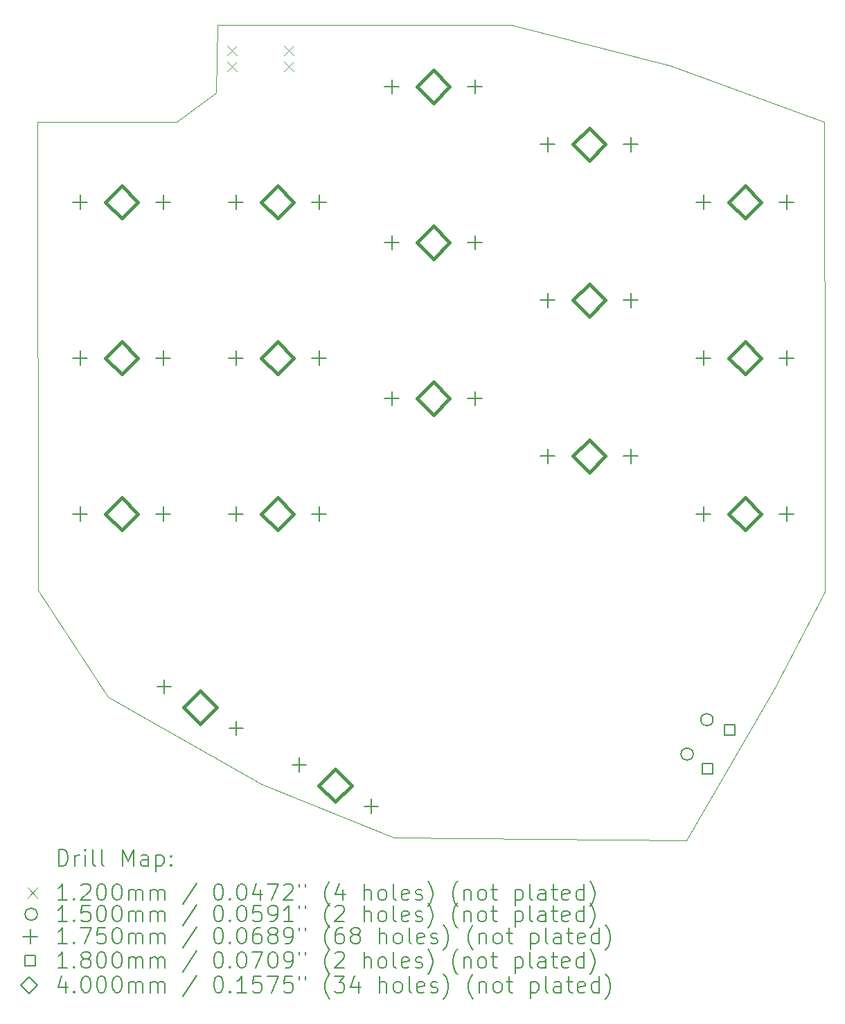
<source format=gbr>
%TF.GenerationSoftware,KiCad,Pcbnew,7.0.8-7.0.8~ubuntu22.04.1*%
%TF.CreationDate,2023-10-30T23:12:41+03:00*%
%TF.ProjectId,Keeb,4b656562-2e6b-4696-9361-645f70636258,rev?*%
%TF.SameCoordinates,Original*%
%TF.FileFunction,Drillmap*%
%TF.FilePolarity,Positive*%
%FSLAX45Y45*%
G04 Gerber Fmt 4.5, Leading zero omitted, Abs format (unit mm)*
G04 Created by KiCad (PCBNEW 7.0.8-7.0.8~ubuntu22.04.1) date 2023-10-30 23:12:41*
%MOMM*%
%LPD*%
G01*
G04 APERTURE LIST*
%ADD10C,0.050000*%
%ADD11C,0.200000*%
%ADD12C,0.120000*%
%ADD13C,0.150000*%
%ADD14C,0.175000*%
%ADD15C,0.180000*%
%ADD16C,0.400000*%
G04 APERTURE END LIST*
D10*
X17893000Y-3886000D02*
X17900000Y-3886000D01*
X19800000Y-4582000D01*
X19810000Y-8436000D01*
X19805000Y-10328000D01*
X19190000Y-11509294D01*
X18113000Y-13360000D01*
X14544000Y-13327000D01*
X12922000Y-12678000D01*
X11043000Y-11612000D01*
X10190000Y-10309294D01*
X10183000Y-4587294D01*
X11883000Y-4587294D01*
X12365000Y-4229294D01*
X12381000Y-3398000D01*
X14076000Y-3396294D01*
X15976000Y-3396294D01*
X17893000Y-3886000D01*
D11*
D12*
X12497500Y-3846794D02*
X12617500Y-3966794D01*
X12617500Y-3846794D02*
X12497500Y-3966794D01*
X12498000Y-3653000D02*
X12618000Y-3773000D01*
X12618000Y-3653000D02*
X12498000Y-3773000D01*
X13197500Y-3846794D02*
X13317500Y-3966794D01*
X13317500Y-3846794D02*
X13197500Y-3966794D01*
X13198000Y-3653000D02*
X13318000Y-3773000D01*
X13318000Y-3653000D02*
X13198000Y-3773000D01*
D13*
X18198805Y-12308511D02*
G75*
G03*
X18198805Y-12308511I-75000J0D01*
G01*
X18441305Y-11888489D02*
G75*
G03*
X18441305Y-11888489I-75000J0D01*
G01*
D14*
X10704500Y-5474294D02*
X10704500Y-5649294D01*
X10617000Y-5561794D02*
X10792000Y-5561794D01*
X10704500Y-5474294D02*
X10704500Y-5649294D01*
X10617000Y-5561794D02*
X10792000Y-5561794D01*
X10704500Y-7379294D02*
X10704500Y-7554294D01*
X10617000Y-7466794D02*
X10792000Y-7466794D01*
X10704500Y-7379294D02*
X10704500Y-7554294D01*
X10617000Y-7466794D02*
X10792000Y-7466794D01*
X10704500Y-9284294D02*
X10704500Y-9459294D01*
X10617000Y-9371794D02*
X10792000Y-9371794D01*
X10704500Y-9284294D02*
X10704500Y-9459294D01*
X10617000Y-9371794D02*
X10792000Y-9371794D01*
X11720500Y-5474294D02*
X11720500Y-5649294D01*
X11633000Y-5561794D02*
X11808000Y-5561794D01*
X11720500Y-5474294D02*
X11720500Y-5649294D01*
X11633000Y-5561794D02*
X11808000Y-5561794D01*
X11720500Y-7379294D02*
X11720500Y-7554294D01*
X11633000Y-7466794D02*
X11808000Y-7466794D01*
X11720500Y-7379294D02*
X11720500Y-7554294D01*
X11633000Y-7466794D02*
X11808000Y-7466794D01*
X11720500Y-9284294D02*
X11720500Y-9459294D01*
X11633000Y-9371794D02*
X11808000Y-9371794D01*
X11720500Y-9284294D02*
X11720500Y-9459294D01*
X11633000Y-9371794D02*
X11808000Y-9371794D01*
X11731516Y-11396751D02*
X11731516Y-11571751D01*
X11644016Y-11484251D02*
X11819016Y-11484251D01*
X11731516Y-11396751D02*
X11731516Y-11571751D01*
X11644016Y-11484251D02*
X11819016Y-11484251D01*
X12609500Y-5474294D02*
X12609500Y-5649294D01*
X12522000Y-5561794D02*
X12697000Y-5561794D01*
X12609500Y-5474294D02*
X12609500Y-5649294D01*
X12522000Y-5561794D02*
X12697000Y-5561794D01*
X12609500Y-7379294D02*
X12609500Y-7554294D01*
X12522000Y-7466794D02*
X12697000Y-7466794D01*
X12609500Y-7379294D02*
X12609500Y-7554294D01*
X12522000Y-7466794D02*
X12697000Y-7466794D01*
X12609500Y-9284294D02*
X12609500Y-9459294D01*
X12522000Y-9371794D02*
X12697000Y-9371794D01*
X12609500Y-9284294D02*
X12609500Y-9459294D01*
X12522000Y-9371794D02*
X12697000Y-9371794D01*
X12611398Y-11904751D02*
X12611398Y-12079751D01*
X12523898Y-11992251D02*
X12698898Y-11992251D01*
X12611398Y-11904751D02*
X12611398Y-12079751D01*
X12523898Y-11992251D02*
X12698898Y-11992251D01*
X13381295Y-12349251D02*
X13381295Y-12524251D01*
X13293795Y-12436751D02*
X13468795Y-12436751D01*
X13381295Y-12349251D02*
X13381295Y-12524251D01*
X13293795Y-12436751D02*
X13468795Y-12436751D01*
X13625500Y-5474294D02*
X13625500Y-5649294D01*
X13538000Y-5561794D02*
X13713000Y-5561794D01*
X13625500Y-5474294D02*
X13625500Y-5649294D01*
X13538000Y-5561794D02*
X13713000Y-5561794D01*
X13625500Y-7379294D02*
X13625500Y-7554294D01*
X13538000Y-7466794D02*
X13713000Y-7466794D01*
X13625500Y-7379294D02*
X13625500Y-7554294D01*
X13538000Y-7466794D02*
X13713000Y-7466794D01*
X13625500Y-9284294D02*
X13625500Y-9459294D01*
X13538000Y-9371794D02*
X13713000Y-9371794D01*
X13625500Y-9284294D02*
X13625500Y-9459294D01*
X13538000Y-9371794D02*
X13713000Y-9371794D01*
X14261177Y-12857251D02*
X14261177Y-13032251D01*
X14173677Y-12944751D02*
X14348677Y-12944751D01*
X14261177Y-12857251D02*
X14261177Y-13032251D01*
X14173677Y-12944751D02*
X14348677Y-12944751D01*
X14514500Y-4064294D02*
X14514500Y-4239294D01*
X14427000Y-4151794D02*
X14602000Y-4151794D01*
X14514500Y-4064294D02*
X14514500Y-4239294D01*
X14427000Y-4151794D02*
X14602000Y-4151794D01*
X14514500Y-5969294D02*
X14514500Y-6144294D01*
X14427000Y-6056794D02*
X14602000Y-6056794D01*
X14514500Y-5969294D02*
X14514500Y-6144294D01*
X14427000Y-6056794D02*
X14602000Y-6056794D01*
X14514500Y-7874294D02*
X14514500Y-8049294D01*
X14427000Y-7961794D02*
X14602000Y-7961794D01*
X14514500Y-7874294D02*
X14514500Y-8049294D01*
X14427000Y-7961794D02*
X14602000Y-7961794D01*
X15530500Y-4064294D02*
X15530500Y-4239294D01*
X15443000Y-4151794D02*
X15618000Y-4151794D01*
X15530500Y-4064294D02*
X15530500Y-4239294D01*
X15443000Y-4151794D02*
X15618000Y-4151794D01*
X15530500Y-5969294D02*
X15530500Y-6144294D01*
X15443000Y-6056794D02*
X15618000Y-6056794D01*
X15530500Y-5969294D02*
X15530500Y-6144294D01*
X15443000Y-6056794D02*
X15618000Y-6056794D01*
X15530500Y-7874294D02*
X15530500Y-8049294D01*
X15443000Y-7961794D02*
X15618000Y-7961794D01*
X15530500Y-7874294D02*
X15530500Y-8049294D01*
X15443000Y-7961794D02*
X15618000Y-7961794D01*
X16419500Y-4769294D02*
X16419500Y-4944294D01*
X16332000Y-4856794D02*
X16507000Y-4856794D01*
X16419500Y-4769294D02*
X16419500Y-4944294D01*
X16332000Y-4856794D02*
X16507000Y-4856794D01*
X16419500Y-6674294D02*
X16419500Y-6849294D01*
X16332000Y-6761794D02*
X16507000Y-6761794D01*
X16419500Y-6674294D02*
X16419500Y-6849294D01*
X16332000Y-6761794D02*
X16507000Y-6761794D01*
X16419500Y-8579294D02*
X16419500Y-8754294D01*
X16332000Y-8666794D02*
X16507000Y-8666794D01*
X16419500Y-8579294D02*
X16419500Y-8754294D01*
X16332000Y-8666794D02*
X16507000Y-8666794D01*
X17435500Y-4769294D02*
X17435500Y-4944294D01*
X17348000Y-4856794D02*
X17523000Y-4856794D01*
X17435500Y-4769294D02*
X17435500Y-4944294D01*
X17348000Y-4856794D02*
X17523000Y-4856794D01*
X17435500Y-6674294D02*
X17435500Y-6849294D01*
X17348000Y-6761794D02*
X17523000Y-6761794D01*
X17435500Y-6674294D02*
X17435500Y-6849294D01*
X17348000Y-6761794D02*
X17523000Y-6761794D01*
X17435500Y-8579294D02*
X17435500Y-8754294D01*
X17348000Y-8666794D02*
X17523000Y-8666794D01*
X17435500Y-8579294D02*
X17435500Y-8754294D01*
X17348000Y-8666794D02*
X17523000Y-8666794D01*
X18324500Y-5474294D02*
X18324500Y-5649294D01*
X18237000Y-5561794D02*
X18412000Y-5561794D01*
X18324500Y-5474294D02*
X18324500Y-5649294D01*
X18237000Y-5561794D02*
X18412000Y-5561794D01*
X18324500Y-7379294D02*
X18324500Y-7554294D01*
X18237000Y-7466794D02*
X18412000Y-7466794D01*
X18324500Y-7379294D02*
X18324500Y-7554294D01*
X18237000Y-7466794D02*
X18412000Y-7466794D01*
X18324500Y-9284294D02*
X18324500Y-9459294D01*
X18237000Y-9371794D02*
X18412000Y-9371794D01*
X18324500Y-9284294D02*
X18324500Y-9459294D01*
X18237000Y-9371794D02*
X18412000Y-9371794D01*
X19340500Y-5474294D02*
X19340500Y-5649294D01*
X19253000Y-5561794D02*
X19428000Y-5561794D01*
X19340500Y-5474294D02*
X19340500Y-5649294D01*
X19253000Y-5561794D02*
X19428000Y-5561794D01*
X19340500Y-7379294D02*
X19340500Y-7554294D01*
X19253000Y-7466794D02*
X19428000Y-7466794D01*
X19340500Y-7379294D02*
X19340500Y-7554294D01*
X19253000Y-7466794D02*
X19428000Y-7466794D01*
X19340500Y-9284294D02*
X19340500Y-9459294D01*
X19253000Y-9371794D02*
X19428000Y-9371794D01*
X19340500Y-9284294D02*
X19340500Y-9459294D01*
X19253000Y-9371794D02*
X19428000Y-9371794D01*
D15*
X18434851Y-12549632D02*
X18434851Y-12422352D01*
X18307571Y-12422352D01*
X18307571Y-12549632D01*
X18434851Y-12549632D01*
X18707351Y-12077648D02*
X18707351Y-11950368D01*
X18580071Y-11950368D01*
X18580071Y-12077648D01*
X18707351Y-12077648D01*
D16*
X11212500Y-5761794D02*
X11412500Y-5561794D01*
X11212500Y-5361794D01*
X11012500Y-5561794D01*
X11212500Y-5761794D01*
X11212500Y-5761794D02*
X11412500Y-5561794D01*
X11212500Y-5361794D01*
X11012500Y-5561794D01*
X11212500Y-5761794D01*
X11212500Y-7666794D02*
X11412500Y-7466794D01*
X11212500Y-7266794D01*
X11012500Y-7466794D01*
X11212500Y-7666794D01*
X11212500Y-7666794D02*
X11412500Y-7466794D01*
X11212500Y-7266794D01*
X11012500Y-7466794D01*
X11212500Y-7666794D01*
X11212500Y-9571794D02*
X11412500Y-9371794D01*
X11212500Y-9171794D01*
X11012500Y-9371794D01*
X11212500Y-9571794D01*
X11212500Y-9571794D02*
X11412500Y-9371794D01*
X11212500Y-9171794D01*
X11012500Y-9371794D01*
X11212500Y-9571794D01*
X12171457Y-11938251D02*
X12371457Y-11738251D01*
X12171457Y-11538251D01*
X11971457Y-11738251D01*
X12171457Y-11938251D01*
X12171457Y-11938251D02*
X12371457Y-11738251D01*
X12171457Y-11538251D01*
X11971457Y-11738251D01*
X12171457Y-11938251D01*
X13117500Y-5761794D02*
X13317500Y-5561794D01*
X13117500Y-5361794D01*
X12917500Y-5561794D01*
X13117500Y-5761794D01*
X13117500Y-5761794D02*
X13317500Y-5561794D01*
X13117500Y-5361794D01*
X12917500Y-5561794D01*
X13117500Y-5761794D01*
X13117500Y-7666794D02*
X13317500Y-7466794D01*
X13117500Y-7266794D01*
X12917500Y-7466794D01*
X13117500Y-7666794D01*
X13117500Y-7666794D02*
X13317500Y-7466794D01*
X13117500Y-7266794D01*
X12917500Y-7466794D01*
X13117500Y-7666794D01*
X13117500Y-9571794D02*
X13317500Y-9371794D01*
X13117500Y-9171794D01*
X12917500Y-9371794D01*
X13117500Y-9571794D01*
X13117500Y-9571794D02*
X13317500Y-9371794D01*
X13117500Y-9171794D01*
X12917500Y-9371794D01*
X13117500Y-9571794D01*
X13821236Y-12890751D02*
X14021236Y-12690751D01*
X13821236Y-12490751D01*
X13621236Y-12690751D01*
X13821236Y-12890751D01*
X13821236Y-12890751D02*
X14021236Y-12690751D01*
X13821236Y-12490751D01*
X13621236Y-12690751D01*
X13821236Y-12890751D01*
X15022500Y-4351794D02*
X15222500Y-4151794D01*
X15022500Y-3951794D01*
X14822500Y-4151794D01*
X15022500Y-4351794D01*
X15022500Y-4351794D02*
X15222500Y-4151794D01*
X15022500Y-3951794D01*
X14822500Y-4151794D01*
X15022500Y-4351794D01*
X15022500Y-6256794D02*
X15222500Y-6056794D01*
X15022500Y-5856794D01*
X14822500Y-6056794D01*
X15022500Y-6256794D01*
X15022500Y-6256794D02*
X15222500Y-6056794D01*
X15022500Y-5856794D01*
X14822500Y-6056794D01*
X15022500Y-6256794D01*
X15022500Y-8161794D02*
X15222500Y-7961794D01*
X15022500Y-7761794D01*
X14822500Y-7961794D01*
X15022500Y-8161794D01*
X15022500Y-8161794D02*
X15222500Y-7961794D01*
X15022500Y-7761794D01*
X14822500Y-7961794D01*
X15022500Y-8161794D01*
X16927500Y-5056794D02*
X17127500Y-4856794D01*
X16927500Y-4656794D01*
X16727500Y-4856794D01*
X16927500Y-5056794D01*
X16927500Y-5056794D02*
X17127500Y-4856794D01*
X16927500Y-4656794D01*
X16727500Y-4856794D01*
X16927500Y-5056794D01*
X16927500Y-6961794D02*
X17127500Y-6761794D01*
X16927500Y-6561794D01*
X16727500Y-6761794D01*
X16927500Y-6961794D01*
X16927500Y-6961794D02*
X17127500Y-6761794D01*
X16927500Y-6561794D01*
X16727500Y-6761794D01*
X16927500Y-6961794D01*
X16927500Y-8866794D02*
X17127500Y-8666794D01*
X16927500Y-8466794D01*
X16727500Y-8666794D01*
X16927500Y-8866794D01*
X16927500Y-8866794D02*
X17127500Y-8666794D01*
X16927500Y-8466794D01*
X16727500Y-8666794D01*
X16927500Y-8866794D01*
X18832500Y-5761794D02*
X19032500Y-5561794D01*
X18832500Y-5361794D01*
X18632500Y-5561794D01*
X18832500Y-5761794D01*
X18832500Y-5761794D02*
X19032500Y-5561794D01*
X18832500Y-5361794D01*
X18632500Y-5561794D01*
X18832500Y-5761794D01*
X18832500Y-7666794D02*
X19032500Y-7466794D01*
X18832500Y-7266794D01*
X18632500Y-7466794D01*
X18832500Y-7666794D01*
X18832500Y-7666794D02*
X19032500Y-7466794D01*
X18832500Y-7266794D01*
X18632500Y-7466794D01*
X18832500Y-7666794D01*
X18832500Y-9571794D02*
X19032500Y-9371794D01*
X18832500Y-9171794D01*
X18632500Y-9371794D01*
X18832500Y-9571794D01*
X18832500Y-9571794D02*
X19032500Y-9371794D01*
X18832500Y-9171794D01*
X18632500Y-9371794D01*
X18832500Y-9571794D01*
D11*
X10441277Y-13673984D02*
X10441277Y-13473984D01*
X10441277Y-13473984D02*
X10488896Y-13473984D01*
X10488896Y-13473984D02*
X10517467Y-13483508D01*
X10517467Y-13483508D02*
X10536515Y-13502555D01*
X10536515Y-13502555D02*
X10546039Y-13521603D01*
X10546039Y-13521603D02*
X10555563Y-13559698D01*
X10555563Y-13559698D02*
X10555563Y-13588269D01*
X10555563Y-13588269D02*
X10546039Y-13626365D01*
X10546039Y-13626365D02*
X10536515Y-13645412D01*
X10536515Y-13645412D02*
X10517467Y-13664460D01*
X10517467Y-13664460D02*
X10488896Y-13673984D01*
X10488896Y-13673984D02*
X10441277Y-13673984D01*
X10641277Y-13673984D02*
X10641277Y-13540650D01*
X10641277Y-13578746D02*
X10650801Y-13559698D01*
X10650801Y-13559698D02*
X10660324Y-13550174D01*
X10660324Y-13550174D02*
X10679372Y-13540650D01*
X10679372Y-13540650D02*
X10698420Y-13540650D01*
X10765086Y-13673984D02*
X10765086Y-13540650D01*
X10765086Y-13473984D02*
X10755563Y-13483508D01*
X10755563Y-13483508D02*
X10765086Y-13493031D01*
X10765086Y-13493031D02*
X10774610Y-13483508D01*
X10774610Y-13483508D02*
X10765086Y-13473984D01*
X10765086Y-13473984D02*
X10765086Y-13493031D01*
X10888896Y-13673984D02*
X10869848Y-13664460D01*
X10869848Y-13664460D02*
X10860324Y-13645412D01*
X10860324Y-13645412D02*
X10860324Y-13473984D01*
X10993658Y-13673984D02*
X10974610Y-13664460D01*
X10974610Y-13664460D02*
X10965086Y-13645412D01*
X10965086Y-13645412D02*
X10965086Y-13473984D01*
X11222229Y-13673984D02*
X11222229Y-13473984D01*
X11222229Y-13473984D02*
X11288896Y-13616841D01*
X11288896Y-13616841D02*
X11355562Y-13473984D01*
X11355562Y-13473984D02*
X11355562Y-13673984D01*
X11536515Y-13673984D02*
X11536515Y-13569222D01*
X11536515Y-13569222D02*
X11526991Y-13550174D01*
X11526991Y-13550174D02*
X11507943Y-13540650D01*
X11507943Y-13540650D02*
X11469848Y-13540650D01*
X11469848Y-13540650D02*
X11450801Y-13550174D01*
X11536515Y-13664460D02*
X11517467Y-13673984D01*
X11517467Y-13673984D02*
X11469848Y-13673984D01*
X11469848Y-13673984D02*
X11450801Y-13664460D01*
X11450801Y-13664460D02*
X11441277Y-13645412D01*
X11441277Y-13645412D02*
X11441277Y-13626365D01*
X11441277Y-13626365D02*
X11450801Y-13607317D01*
X11450801Y-13607317D02*
X11469848Y-13597793D01*
X11469848Y-13597793D02*
X11517467Y-13597793D01*
X11517467Y-13597793D02*
X11536515Y-13588269D01*
X11631753Y-13540650D02*
X11631753Y-13740650D01*
X11631753Y-13550174D02*
X11650801Y-13540650D01*
X11650801Y-13540650D02*
X11688896Y-13540650D01*
X11688896Y-13540650D02*
X11707943Y-13550174D01*
X11707943Y-13550174D02*
X11717467Y-13559698D01*
X11717467Y-13559698D02*
X11726991Y-13578746D01*
X11726991Y-13578746D02*
X11726991Y-13635888D01*
X11726991Y-13635888D02*
X11717467Y-13654936D01*
X11717467Y-13654936D02*
X11707943Y-13664460D01*
X11707943Y-13664460D02*
X11688896Y-13673984D01*
X11688896Y-13673984D02*
X11650801Y-13673984D01*
X11650801Y-13673984D02*
X11631753Y-13664460D01*
X11812705Y-13654936D02*
X11822229Y-13664460D01*
X11822229Y-13664460D02*
X11812705Y-13673984D01*
X11812705Y-13673984D02*
X11803182Y-13664460D01*
X11803182Y-13664460D02*
X11812705Y-13654936D01*
X11812705Y-13654936D02*
X11812705Y-13673984D01*
X11812705Y-13550174D02*
X11822229Y-13559698D01*
X11822229Y-13559698D02*
X11812705Y-13569222D01*
X11812705Y-13569222D02*
X11803182Y-13559698D01*
X11803182Y-13559698D02*
X11812705Y-13550174D01*
X11812705Y-13550174D02*
X11812705Y-13569222D01*
D12*
X10060500Y-13942500D02*
X10180500Y-14062500D01*
X10180500Y-13942500D02*
X10060500Y-14062500D01*
D11*
X10546039Y-14093984D02*
X10431753Y-14093984D01*
X10488896Y-14093984D02*
X10488896Y-13893984D01*
X10488896Y-13893984D02*
X10469848Y-13922555D01*
X10469848Y-13922555D02*
X10450801Y-13941603D01*
X10450801Y-13941603D02*
X10431753Y-13951127D01*
X10631753Y-14074936D02*
X10641277Y-14084460D01*
X10641277Y-14084460D02*
X10631753Y-14093984D01*
X10631753Y-14093984D02*
X10622229Y-14084460D01*
X10622229Y-14084460D02*
X10631753Y-14074936D01*
X10631753Y-14074936D02*
X10631753Y-14093984D01*
X10717467Y-13913031D02*
X10726991Y-13903508D01*
X10726991Y-13903508D02*
X10746039Y-13893984D01*
X10746039Y-13893984D02*
X10793658Y-13893984D01*
X10793658Y-13893984D02*
X10812705Y-13903508D01*
X10812705Y-13903508D02*
X10822229Y-13913031D01*
X10822229Y-13913031D02*
X10831753Y-13932079D01*
X10831753Y-13932079D02*
X10831753Y-13951127D01*
X10831753Y-13951127D02*
X10822229Y-13979698D01*
X10822229Y-13979698D02*
X10707944Y-14093984D01*
X10707944Y-14093984D02*
X10831753Y-14093984D01*
X10955563Y-13893984D02*
X10974610Y-13893984D01*
X10974610Y-13893984D02*
X10993658Y-13903508D01*
X10993658Y-13903508D02*
X11003182Y-13913031D01*
X11003182Y-13913031D02*
X11012705Y-13932079D01*
X11012705Y-13932079D02*
X11022229Y-13970174D01*
X11022229Y-13970174D02*
X11022229Y-14017793D01*
X11022229Y-14017793D02*
X11012705Y-14055888D01*
X11012705Y-14055888D02*
X11003182Y-14074936D01*
X11003182Y-14074936D02*
X10993658Y-14084460D01*
X10993658Y-14084460D02*
X10974610Y-14093984D01*
X10974610Y-14093984D02*
X10955563Y-14093984D01*
X10955563Y-14093984D02*
X10936515Y-14084460D01*
X10936515Y-14084460D02*
X10926991Y-14074936D01*
X10926991Y-14074936D02*
X10917467Y-14055888D01*
X10917467Y-14055888D02*
X10907944Y-14017793D01*
X10907944Y-14017793D02*
X10907944Y-13970174D01*
X10907944Y-13970174D02*
X10917467Y-13932079D01*
X10917467Y-13932079D02*
X10926991Y-13913031D01*
X10926991Y-13913031D02*
X10936515Y-13903508D01*
X10936515Y-13903508D02*
X10955563Y-13893984D01*
X11146039Y-13893984D02*
X11165086Y-13893984D01*
X11165086Y-13893984D02*
X11184134Y-13903508D01*
X11184134Y-13903508D02*
X11193658Y-13913031D01*
X11193658Y-13913031D02*
X11203182Y-13932079D01*
X11203182Y-13932079D02*
X11212705Y-13970174D01*
X11212705Y-13970174D02*
X11212705Y-14017793D01*
X11212705Y-14017793D02*
X11203182Y-14055888D01*
X11203182Y-14055888D02*
X11193658Y-14074936D01*
X11193658Y-14074936D02*
X11184134Y-14084460D01*
X11184134Y-14084460D02*
X11165086Y-14093984D01*
X11165086Y-14093984D02*
X11146039Y-14093984D01*
X11146039Y-14093984D02*
X11126991Y-14084460D01*
X11126991Y-14084460D02*
X11117467Y-14074936D01*
X11117467Y-14074936D02*
X11107944Y-14055888D01*
X11107944Y-14055888D02*
X11098420Y-14017793D01*
X11098420Y-14017793D02*
X11098420Y-13970174D01*
X11098420Y-13970174D02*
X11107944Y-13932079D01*
X11107944Y-13932079D02*
X11117467Y-13913031D01*
X11117467Y-13913031D02*
X11126991Y-13903508D01*
X11126991Y-13903508D02*
X11146039Y-13893984D01*
X11298420Y-14093984D02*
X11298420Y-13960650D01*
X11298420Y-13979698D02*
X11307943Y-13970174D01*
X11307943Y-13970174D02*
X11326991Y-13960650D01*
X11326991Y-13960650D02*
X11355563Y-13960650D01*
X11355563Y-13960650D02*
X11374610Y-13970174D01*
X11374610Y-13970174D02*
X11384134Y-13989222D01*
X11384134Y-13989222D02*
X11384134Y-14093984D01*
X11384134Y-13989222D02*
X11393658Y-13970174D01*
X11393658Y-13970174D02*
X11412705Y-13960650D01*
X11412705Y-13960650D02*
X11441277Y-13960650D01*
X11441277Y-13960650D02*
X11460324Y-13970174D01*
X11460324Y-13970174D02*
X11469848Y-13989222D01*
X11469848Y-13989222D02*
X11469848Y-14093984D01*
X11565086Y-14093984D02*
X11565086Y-13960650D01*
X11565086Y-13979698D02*
X11574610Y-13970174D01*
X11574610Y-13970174D02*
X11593658Y-13960650D01*
X11593658Y-13960650D02*
X11622229Y-13960650D01*
X11622229Y-13960650D02*
X11641277Y-13970174D01*
X11641277Y-13970174D02*
X11650801Y-13989222D01*
X11650801Y-13989222D02*
X11650801Y-14093984D01*
X11650801Y-13989222D02*
X11660324Y-13970174D01*
X11660324Y-13970174D02*
X11679372Y-13960650D01*
X11679372Y-13960650D02*
X11707943Y-13960650D01*
X11707943Y-13960650D02*
X11726991Y-13970174D01*
X11726991Y-13970174D02*
X11736515Y-13989222D01*
X11736515Y-13989222D02*
X11736515Y-14093984D01*
X12126991Y-13884460D02*
X11955563Y-14141603D01*
X12384134Y-13893984D02*
X12403182Y-13893984D01*
X12403182Y-13893984D02*
X12422229Y-13903508D01*
X12422229Y-13903508D02*
X12431753Y-13913031D01*
X12431753Y-13913031D02*
X12441277Y-13932079D01*
X12441277Y-13932079D02*
X12450801Y-13970174D01*
X12450801Y-13970174D02*
X12450801Y-14017793D01*
X12450801Y-14017793D02*
X12441277Y-14055888D01*
X12441277Y-14055888D02*
X12431753Y-14074936D01*
X12431753Y-14074936D02*
X12422229Y-14084460D01*
X12422229Y-14084460D02*
X12403182Y-14093984D01*
X12403182Y-14093984D02*
X12384134Y-14093984D01*
X12384134Y-14093984D02*
X12365086Y-14084460D01*
X12365086Y-14084460D02*
X12355563Y-14074936D01*
X12355563Y-14074936D02*
X12346039Y-14055888D01*
X12346039Y-14055888D02*
X12336515Y-14017793D01*
X12336515Y-14017793D02*
X12336515Y-13970174D01*
X12336515Y-13970174D02*
X12346039Y-13932079D01*
X12346039Y-13932079D02*
X12355563Y-13913031D01*
X12355563Y-13913031D02*
X12365086Y-13903508D01*
X12365086Y-13903508D02*
X12384134Y-13893984D01*
X12536515Y-14074936D02*
X12546039Y-14084460D01*
X12546039Y-14084460D02*
X12536515Y-14093984D01*
X12536515Y-14093984D02*
X12526991Y-14084460D01*
X12526991Y-14084460D02*
X12536515Y-14074936D01*
X12536515Y-14074936D02*
X12536515Y-14093984D01*
X12669848Y-13893984D02*
X12688896Y-13893984D01*
X12688896Y-13893984D02*
X12707944Y-13903508D01*
X12707944Y-13903508D02*
X12717467Y-13913031D01*
X12717467Y-13913031D02*
X12726991Y-13932079D01*
X12726991Y-13932079D02*
X12736515Y-13970174D01*
X12736515Y-13970174D02*
X12736515Y-14017793D01*
X12736515Y-14017793D02*
X12726991Y-14055888D01*
X12726991Y-14055888D02*
X12717467Y-14074936D01*
X12717467Y-14074936D02*
X12707944Y-14084460D01*
X12707944Y-14084460D02*
X12688896Y-14093984D01*
X12688896Y-14093984D02*
X12669848Y-14093984D01*
X12669848Y-14093984D02*
X12650801Y-14084460D01*
X12650801Y-14084460D02*
X12641277Y-14074936D01*
X12641277Y-14074936D02*
X12631753Y-14055888D01*
X12631753Y-14055888D02*
X12622229Y-14017793D01*
X12622229Y-14017793D02*
X12622229Y-13970174D01*
X12622229Y-13970174D02*
X12631753Y-13932079D01*
X12631753Y-13932079D02*
X12641277Y-13913031D01*
X12641277Y-13913031D02*
X12650801Y-13903508D01*
X12650801Y-13903508D02*
X12669848Y-13893984D01*
X12907944Y-13960650D02*
X12907944Y-14093984D01*
X12860325Y-13884460D02*
X12812706Y-14027317D01*
X12812706Y-14027317D02*
X12936515Y-14027317D01*
X12993658Y-13893984D02*
X13126991Y-13893984D01*
X13126991Y-13893984D02*
X13041277Y-14093984D01*
X13193658Y-13913031D02*
X13203182Y-13903508D01*
X13203182Y-13903508D02*
X13222229Y-13893984D01*
X13222229Y-13893984D02*
X13269848Y-13893984D01*
X13269848Y-13893984D02*
X13288896Y-13903508D01*
X13288896Y-13903508D02*
X13298420Y-13913031D01*
X13298420Y-13913031D02*
X13307944Y-13932079D01*
X13307944Y-13932079D02*
X13307944Y-13951127D01*
X13307944Y-13951127D02*
X13298420Y-13979698D01*
X13298420Y-13979698D02*
X13184134Y-14093984D01*
X13184134Y-14093984D02*
X13307944Y-14093984D01*
X13384134Y-13893984D02*
X13384134Y-13932079D01*
X13460325Y-13893984D02*
X13460325Y-13932079D01*
X13755563Y-14170174D02*
X13746039Y-14160650D01*
X13746039Y-14160650D02*
X13726991Y-14132079D01*
X13726991Y-14132079D02*
X13717468Y-14113031D01*
X13717468Y-14113031D02*
X13707944Y-14084460D01*
X13707944Y-14084460D02*
X13698420Y-14036841D01*
X13698420Y-14036841D02*
X13698420Y-13998746D01*
X13698420Y-13998746D02*
X13707944Y-13951127D01*
X13707944Y-13951127D02*
X13717468Y-13922555D01*
X13717468Y-13922555D02*
X13726991Y-13903508D01*
X13726991Y-13903508D02*
X13746039Y-13874936D01*
X13746039Y-13874936D02*
X13755563Y-13865412D01*
X13917468Y-13960650D02*
X13917468Y-14093984D01*
X13869848Y-13884460D02*
X13822229Y-14027317D01*
X13822229Y-14027317D02*
X13946039Y-14027317D01*
X14174610Y-14093984D02*
X14174610Y-13893984D01*
X14260325Y-14093984D02*
X14260325Y-13989222D01*
X14260325Y-13989222D02*
X14250801Y-13970174D01*
X14250801Y-13970174D02*
X14231753Y-13960650D01*
X14231753Y-13960650D02*
X14203182Y-13960650D01*
X14203182Y-13960650D02*
X14184134Y-13970174D01*
X14184134Y-13970174D02*
X14174610Y-13979698D01*
X14384134Y-14093984D02*
X14365087Y-14084460D01*
X14365087Y-14084460D02*
X14355563Y-14074936D01*
X14355563Y-14074936D02*
X14346039Y-14055888D01*
X14346039Y-14055888D02*
X14346039Y-13998746D01*
X14346039Y-13998746D02*
X14355563Y-13979698D01*
X14355563Y-13979698D02*
X14365087Y-13970174D01*
X14365087Y-13970174D02*
X14384134Y-13960650D01*
X14384134Y-13960650D02*
X14412706Y-13960650D01*
X14412706Y-13960650D02*
X14431753Y-13970174D01*
X14431753Y-13970174D02*
X14441277Y-13979698D01*
X14441277Y-13979698D02*
X14450801Y-13998746D01*
X14450801Y-13998746D02*
X14450801Y-14055888D01*
X14450801Y-14055888D02*
X14441277Y-14074936D01*
X14441277Y-14074936D02*
X14431753Y-14084460D01*
X14431753Y-14084460D02*
X14412706Y-14093984D01*
X14412706Y-14093984D02*
X14384134Y-14093984D01*
X14565087Y-14093984D02*
X14546039Y-14084460D01*
X14546039Y-14084460D02*
X14536515Y-14065412D01*
X14536515Y-14065412D02*
X14536515Y-13893984D01*
X14717468Y-14084460D02*
X14698420Y-14093984D01*
X14698420Y-14093984D02*
X14660325Y-14093984D01*
X14660325Y-14093984D02*
X14641277Y-14084460D01*
X14641277Y-14084460D02*
X14631753Y-14065412D01*
X14631753Y-14065412D02*
X14631753Y-13989222D01*
X14631753Y-13989222D02*
X14641277Y-13970174D01*
X14641277Y-13970174D02*
X14660325Y-13960650D01*
X14660325Y-13960650D02*
X14698420Y-13960650D01*
X14698420Y-13960650D02*
X14717468Y-13970174D01*
X14717468Y-13970174D02*
X14726991Y-13989222D01*
X14726991Y-13989222D02*
X14726991Y-14008269D01*
X14726991Y-14008269D02*
X14631753Y-14027317D01*
X14803182Y-14084460D02*
X14822230Y-14093984D01*
X14822230Y-14093984D02*
X14860325Y-14093984D01*
X14860325Y-14093984D02*
X14879372Y-14084460D01*
X14879372Y-14084460D02*
X14888896Y-14065412D01*
X14888896Y-14065412D02*
X14888896Y-14055888D01*
X14888896Y-14055888D02*
X14879372Y-14036841D01*
X14879372Y-14036841D02*
X14860325Y-14027317D01*
X14860325Y-14027317D02*
X14831753Y-14027317D01*
X14831753Y-14027317D02*
X14812706Y-14017793D01*
X14812706Y-14017793D02*
X14803182Y-13998746D01*
X14803182Y-13998746D02*
X14803182Y-13989222D01*
X14803182Y-13989222D02*
X14812706Y-13970174D01*
X14812706Y-13970174D02*
X14831753Y-13960650D01*
X14831753Y-13960650D02*
X14860325Y-13960650D01*
X14860325Y-13960650D02*
X14879372Y-13970174D01*
X14955563Y-14170174D02*
X14965087Y-14160650D01*
X14965087Y-14160650D02*
X14984134Y-14132079D01*
X14984134Y-14132079D02*
X14993658Y-14113031D01*
X14993658Y-14113031D02*
X15003182Y-14084460D01*
X15003182Y-14084460D02*
X15012706Y-14036841D01*
X15012706Y-14036841D02*
X15012706Y-13998746D01*
X15012706Y-13998746D02*
X15003182Y-13951127D01*
X15003182Y-13951127D02*
X14993658Y-13922555D01*
X14993658Y-13922555D02*
X14984134Y-13903508D01*
X14984134Y-13903508D02*
X14965087Y-13874936D01*
X14965087Y-13874936D02*
X14955563Y-13865412D01*
X15317468Y-14170174D02*
X15307944Y-14160650D01*
X15307944Y-14160650D02*
X15288896Y-14132079D01*
X15288896Y-14132079D02*
X15279372Y-14113031D01*
X15279372Y-14113031D02*
X15269849Y-14084460D01*
X15269849Y-14084460D02*
X15260325Y-14036841D01*
X15260325Y-14036841D02*
X15260325Y-13998746D01*
X15260325Y-13998746D02*
X15269849Y-13951127D01*
X15269849Y-13951127D02*
X15279372Y-13922555D01*
X15279372Y-13922555D02*
X15288896Y-13903508D01*
X15288896Y-13903508D02*
X15307944Y-13874936D01*
X15307944Y-13874936D02*
X15317468Y-13865412D01*
X15393658Y-13960650D02*
X15393658Y-14093984D01*
X15393658Y-13979698D02*
X15403182Y-13970174D01*
X15403182Y-13970174D02*
X15422230Y-13960650D01*
X15422230Y-13960650D02*
X15450801Y-13960650D01*
X15450801Y-13960650D02*
X15469849Y-13970174D01*
X15469849Y-13970174D02*
X15479372Y-13989222D01*
X15479372Y-13989222D02*
X15479372Y-14093984D01*
X15603182Y-14093984D02*
X15584134Y-14084460D01*
X15584134Y-14084460D02*
X15574611Y-14074936D01*
X15574611Y-14074936D02*
X15565087Y-14055888D01*
X15565087Y-14055888D02*
X15565087Y-13998746D01*
X15565087Y-13998746D02*
X15574611Y-13979698D01*
X15574611Y-13979698D02*
X15584134Y-13970174D01*
X15584134Y-13970174D02*
X15603182Y-13960650D01*
X15603182Y-13960650D02*
X15631753Y-13960650D01*
X15631753Y-13960650D02*
X15650801Y-13970174D01*
X15650801Y-13970174D02*
X15660325Y-13979698D01*
X15660325Y-13979698D02*
X15669849Y-13998746D01*
X15669849Y-13998746D02*
X15669849Y-14055888D01*
X15669849Y-14055888D02*
X15660325Y-14074936D01*
X15660325Y-14074936D02*
X15650801Y-14084460D01*
X15650801Y-14084460D02*
X15631753Y-14093984D01*
X15631753Y-14093984D02*
X15603182Y-14093984D01*
X15726992Y-13960650D02*
X15803182Y-13960650D01*
X15755563Y-13893984D02*
X15755563Y-14065412D01*
X15755563Y-14065412D02*
X15765087Y-14084460D01*
X15765087Y-14084460D02*
X15784134Y-14093984D01*
X15784134Y-14093984D02*
X15803182Y-14093984D01*
X16022230Y-13960650D02*
X16022230Y-14160650D01*
X16022230Y-13970174D02*
X16041277Y-13960650D01*
X16041277Y-13960650D02*
X16079373Y-13960650D01*
X16079373Y-13960650D02*
X16098420Y-13970174D01*
X16098420Y-13970174D02*
X16107944Y-13979698D01*
X16107944Y-13979698D02*
X16117468Y-13998746D01*
X16117468Y-13998746D02*
X16117468Y-14055888D01*
X16117468Y-14055888D02*
X16107944Y-14074936D01*
X16107944Y-14074936D02*
X16098420Y-14084460D01*
X16098420Y-14084460D02*
X16079373Y-14093984D01*
X16079373Y-14093984D02*
X16041277Y-14093984D01*
X16041277Y-14093984D02*
X16022230Y-14084460D01*
X16231753Y-14093984D02*
X16212706Y-14084460D01*
X16212706Y-14084460D02*
X16203182Y-14065412D01*
X16203182Y-14065412D02*
X16203182Y-13893984D01*
X16393658Y-14093984D02*
X16393658Y-13989222D01*
X16393658Y-13989222D02*
X16384134Y-13970174D01*
X16384134Y-13970174D02*
X16365087Y-13960650D01*
X16365087Y-13960650D02*
X16326992Y-13960650D01*
X16326992Y-13960650D02*
X16307944Y-13970174D01*
X16393658Y-14084460D02*
X16374611Y-14093984D01*
X16374611Y-14093984D02*
X16326992Y-14093984D01*
X16326992Y-14093984D02*
X16307944Y-14084460D01*
X16307944Y-14084460D02*
X16298420Y-14065412D01*
X16298420Y-14065412D02*
X16298420Y-14046365D01*
X16298420Y-14046365D02*
X16307944Y-14027317D01*
X16307944Y-14027317D02*
X16326992Y-14017793D01*
X16326992Y-14017793D02*
X16374611Y-14017793D01*
X16374611Y-14017793D02*
X16393658Y-14008269D01*
X16460325Y-13960650D02*
X16536515Y-13960650D01*
X16488896Y-13893984D02*
X16488896Y-14065412D01*
X16488896Y-14065412D02*
X16498420Y-14084460D01*
X16498420Y-14084460D02*
X16517468Y-14093984D01*
X16517468Y-14093984D02*
X16536515Y-14093984D01*
X16679373Y-14084460D02*
X16660325Y-14093984D01*
X16660325Y-14093984D02*
X16622230Y-14093984D01*
X16622230Y-14093984D02*
X16603182Y-14084460D01*
X16603182Y-14084460D02*
X16593658Y-14065412D01*
X16593658Y-14065412D02*
X16593658Y-13989222D01*
X16593658Y-13989222D02*
X16603182Y-13970174D01*
X16603182Y-13970174D02*
X16622230Y-13960650D01*
X16622230Y-13960650D02*
X16660325Y-13960650D01*
X16660325Y-13960650D02*
X16679373Y-13970174D01*
X16679373Y-13970174D02*
X16688896Y-13989222D01*
X16688896Y-13989222D02*
X16688896Y-14008269D01*
X16688896Y-14008269D02*
X16593658Y-14027317D01*
X16860325Y-14093984D02*
X16860325Y-13893984D01*
X16860325Y-14084460D02*
X16841277Y-14093984D01*
X16841277Y-14093984D02*
X16803182Y-14093984D01*
X16803182Y-14093984D02*
X16784135Y-14084460D01*
X16784135Y-14084460D02*
X16774611Y-14074936D01*
X16774611Y-14074936D02*
X16765087Y-14055888D01*
X16765087Y-14055888D02*
X16765087Y-13998746D01*
X16765087Y-13998746D02*
X16774611Y-13979698D01*
X16774611Y-13979698D02*
X16784135Y-13970174D01*
X16784135Y-13970174D02*
X16803182Y-13960650D01*
X16803182Y-13960650D02*
X16841277Y-13960650D01*
X16841277Y-13960650D02*
X16860325Y-13970174D01*
X16936516Y-14170174D02*
X16946039Y-14160650D01*
X16946039Y-14160650D02*
X16965087Y-14132079D01*
X16965087Y-14132079D02*
X16974611Y-14113031D01*
X16974611Y-14113031D02*
X16984135Y-14084460D01*
X16984135Y-14084460D02*
X16993658Y-14036841D01*
X16993658Y-14036841D02*
X16993658Y-13998746D01*
X16993658Y-13998746D02*
X16984135Y-13951127D01*
X16984135Y-13951127D02*
X16974611Y-13922555D01*
X16974611Y-13922555D02*
X16965087Y-13903508D01*
X16965087Y-13903508D02*
X16946039Y-13874936D01*
X16946039Y-13874936D02*
X16936516Y-13865412D01*
D13*
X10180500Y-14266500D02*
G75*
G03*
X10180500Y-14266500I-75000J0D01*
G01*
D11*
X10546039Y-14357984D02*
X10431753Y-14357984D01*
X10488896Y-14357984D02*
X10488896Y-14157984D01*
X10488896Y-14157984D02*
X10469848Y-14186555D01*
X10469848Y-14186555D02*
X10450801Y-14205603D01*
X10450801Y-14205603D02*
X10431753Y-14215127D01*
X10631753Y-14338936D02*
X10641277Y-14348460D01*
X10641277Y-14348460D02*
X10631753Y-14357984D01*
X10631753Y-14357984D02*
X10622229Y-14348460D01*
X10622229Y-14348460D02*
X10631753Y-14338936D01*
X10631753Y-14338936D02*
X10631753Y-14357984D01*
X10822229Y-14157984D02*
X10726991Y-14157984D01*
X10726991Y-14157984D02*
X10717467Y-14253222D01*
X10717467Y-14253222D02*
X10726991Y-14243698D01*
X10726991Y-14243698D02*
X10746039Y-14234174D01*
X10746039Y-14234174D02*
X10793658Y-14234174D01*
X10793658Y-14234174D02*
X10812705Y-14243698D01*
X10812705Y-14243698D02*
X10822229Y-14253222D01*
X10822229Y-14253222D02*
X10831753Y-14272269D01*
X10831753Y-14272269D02*
X10831753Y-14319888D01*
X10831753Y-14319888D02*
X10822229Y-14338936D01*
X10822229Y-14338936D02*
X10812705Y-14348460D01*
X10812705Y-14348460D02*
X10793658Y-14357984D01*
X10793658Y-14357984D02*
X10746039Y-14357984D01*
X10746039Y-14357984D02*
X10726991Y-14348460D01*
X10726991Y-14348460D02*
X10717467Y-14338936D01*
X10955563Y-14157984D02*
X10974610Y-14157984D01*
X10974610Y-14157984D02*
X10993658Y-14167508D01*
X10993658Y-14167508D02*
X11003182Y-14177031D01*
X11003182Y-14177031D02*
X11012705Y-14196079D01*
X11012705Y-14196079D02*
X11022229Y-14234174D01*
X11022229Y-14234174D02*
X11022229Y-14281793D01*
X11022229Y-14281793D02*
X11012705Y-14319888D01*
X11012705Y-14319888D02*
X11003182Y-14338936D01*
X11003182Y-14338936D02*
X10993658Y-14348460D01*
X10993658Y-14348460D02*
X10974610Y-14357984D01*
X10974610Y-14357984D02*
X10955563Y-14357984D01*
X10955563Y-14357984D02*
X10936515Y-14348460D01*
X10936515Y-14348460D02*
X10926991Y-14338936D01*
X10926991Y-14338936D02*
X10917467Y-14319888D01*
X10917467Y-14319888D02*
X10907944Y-14281793D01*
X10907944Y-14281793D02*
X10907944Y-14234174D01*
X10907944Y-14234174D02*
X10917467Y-14196079D01*
X10917467Y-14196079D02*
X10926991Y-14177031D01*
X10926991Y-14177031D02*
X10936515Y-14167508D01*
X10936515Y-14167508D02*
X10955563Y-14157984D01*
X11146039Y-14157984D02*
X11165086Y-14157984D01*
X11165086Y-14157984D02*
X11184134Y-14167508D01*
X11184134Y-14167508D02*
X11193658Y-14177031D01*
X11193658Y-14177031D02*
X11203182Y-14196079D01*
X11203182Y-14196079D02*
X11212705Y-14234174D01*
X11212705Y-14234174D02*
X11212705Y-14281793D01*
X11212705Y-14281793D02*
X11203182Y-14319888D01*
X11203182Y-14319888D02*
X11193658Y-14338936D01*
X11193658Y-14338936D02*
X11184134Y-14348460D01*
X11184134Y-14348460D02*
X11165086Y-14357984D01*
X11165086Y-14357984D02*
X11146039Y-14357984D01*
X11146039Y-14357984D02*
X11126991Y-14348460D01*
X11126991Y-14348460D02*
X11117467Y-14338936D01*
X11117467Y-14338936D02*
X11107944Y-14319888D01*
X11107944Y-14319888D02*
X11098420Y-14281793D01*
X11098420Y-14281793D02*
X11098420Y-14234174D01*
X11098420Y-14234174D02*
X11107944Y-14196079D01*
X11107944Y-14196079D02*
X11117467Y-14177031D01*
X11117467Y-14177031D02*
X11126991Y-14167508D01*
X11126991Y-14167508D02*
X11146039Y-14157984D01*
X11298420Y-14357984D02*
X11298420Y-14224650D01*
X11298420Y-14243698D02*
X11307943Y-14234174D01*
X11307943Y-14234174D02*
X11326991Y-14224650D01*
X11326991Y-14224650D02*
X11355563Y-14224650D01*
X11355563Y-14224650D02*
X11374610Y-14234174D01*
X11374610Y-14234174D02*
X11384134Y-14253222D01*
X11384134Y-14253222D02*
X11384134Y-14357984D01*
X11384134Y-14253222D02*
X11393658Y-14234174D01*
X11393658Y-14234174D02*
X11412705Y-14224650D01*
X11412705Y-14224650D02*
X11441277Y-14224650D01*
X11441277Y-14224650D02*
X11460324Y-14234174D01*
X11460324Y-14234174D02*
X11469848Y-14253222D01*
X11469848Y-14253222D02*
X11469848Y-14357984D01*
X11565086Y-14357984D02*
X11565086Y-14224650D01*
X11565086Y-14243698D02*
X11574610Y-14234174D01*
X11574610Y-14234174D02*
X11593658Y-14224650D01*
X11593658Y-14224650D02*
X11622229Y-14224650D01*
X11622229Y-14224650D02*
X11641277Y-14234174D01*
X11641277Y-14234174D02*
X11650801Y-14253222D01*
X11650801Y-14253222D02*
X11650801Y-14357984D01*
X11650801Y-14253222D02*
X11660324Y-14234174D01*
X11660324Y-14234174D02*
X11679372Y-14224650D01*
X11679372Y-14224650D02*
X11707943Y-14224650D01*
X11707943Y-14224650D02*
X11726991Y-14234174D01*
X11726991Y-14234174D02*
X11736515Y-14253222D01*
X11736515Y-14253222D02*
X11736515Y-14357984D01*
X12126991Y-14148460D02*
X11955563Y-14405603D01*
X12384134Y-14157984D02*
X12403182Y-14157984D01*
X12403182Y-14157984D02*
X12422229Y-14167508D01*
X12422229Y-14167508D02*
X12431753Y-14177031D01*
X12431753Y-14177031D02*
X12441277Y-14196079D01*
X12441277Y-14196079D02*
X12450801Y-14234174D01*
X12450801Y-14234174D02*
X12450801Y-14281793D01*
X12450801Y-14281793D02*
X12441277Y-14319888D01*
X12441277Y-14319888D02*
X12431753Y-14338936D01*
X12431753Y-14338936D02*
X12422229Y-14348460D01*
X12422229Y-14348460D02*
X12403182Y-14357984D01*
X12403182Y-14357984D02*
X12384134Y-14357984D01*
X12384134Y-14357984D02*
X12365086Y-14348460D01*
X12365086Y-14348460D02*
X12355563Y-14338936D01*
X12355563Y-14338936D02*
X12346039Y-14319888D01*
X12346039Y-14319888D02*
X12336515Y-14281793D01*
X12336515Y-14281793D02*
X12336515Y-14234174D01*
X12336515Y-14234174D02*
X12346039Y-14196079D01*
X12346039Y-14196079D02*
X12355563Y-14177031D01*
X12355563Y-14177031D02*
X12365086Y-14167508D01*
X12365086Y-14167508D02*
X12384134Y-14157984D01*
X12536515Y-14338936D02*
X12546039Y-14348460D01*
X12546039Y-14348460D02*
X12536515Y-14357984D01*
X12536515Y-14357984D02*
X12526991Y-14348460D01*
X12526991Y-14348460D02*
X12536515Y-14338936D01*
X12536515Y-14338936D02*
X12536515Y-14357984D01*
X12669848Y-14157984D02*
X12688896Y-14157984D01*
X12688896Y-14157984D02*
X12707944Y-14167508D01*
X12707944Y-14167508D02*
X12717467Y-14177031D01*
X12717467Y-14177031D02*
X12726991Y-14196079D01*
X12726991Y-14196079D02*
X12736515Y-14234174D01*
X12736515Y-14234174D02*
X12736515Y-14281793D01*
X12736515Y-14281793D02*
X12726991Y-14319888D01*
X12726991Y-14319888D02*
X12717467Y-14338936D01*
X12717467Y-14338936D02*
X12707944Y-14348460D01*
X12707944Y-14348460D02*
X12688896Y-14357984D01*
X12688896Y-14357984D02*
X12669848Y-14357984D01*
X12669848Y-14357984D02*
X12650801Y-14348460D01*
X12650801Y-14348460D02*
X12641277Y-14338936D01*
X12641277Y-14338936D02*
X12631753Y-14319888D01*
X12631753Y-14319888D02*
X12622229Y-14281793D01*
X12622229Y-14281793D02*
X12622229Y-14234174D01*
X12622229Y-14234174D02*
X12631753Y-14196079D01*
X12631753Y-14196079D02*
X12641277Y-14177031D01*
X12641277Y-14177031D02*
X12650801Y-14167508D01*
X12650801Y-14167508D02*
X12669848Y-14157984D01*
X12917467Y-14157984D02*
X12822229Y-14157984D01*
X12822229Y-14157984D02*
X12812706Y-14253222D01*
X12812706Y-14253222D02*
X12822229Y-14243698D01*
X12822229Y-14243698D02*
X12841277Y-14234174D01*
X12841277Y-14234174D02*
X12888896Y-14234174D01*
X12888896Y-14234174D02*
X12907944Y-14243698D01*
X12907944Y-14243698D02*
X12917467Y-14253222D01*
X12917467Y-14253222D02*
X12926991Y-14272269D01*
X12926991Y-14272269D02*
X12926991Y-14319888D01*
X12926991Y-14319888D02*
X12917467Y-14338936D01*
X12917467Y-14338936D02*
X12907944Y-14348460D01*
X12907944Y-14348460D02*
X12888896Y-14357984D01*
X12888896Y-14357984D02*
X12841277Y-14357984D01*
X12841277Y-14357984D02*
X12822229Y-14348460D01*
X12822229Y-14348460D02*
X12812706Y-14338936D01*
X13022229Y-14357984D02*
X13060325Y-14357984D01*
X13060325Y-14357984D02*
X13079372Y-14348460D01*
X13079372Y-14348460D02*
X13088896Y-14338936D01*
X13088896Y-14338936D02*
X13107944Y-14310365D01*
X13107944Y-14310365D02*
X13117467Y-14272269D01*
X13117467Y-14272269D02*
X13117467Y-14196079D01*
X13117467Y-14196079D02*
X13107944Y-14177031D01*
X13107944Y-14177031D02*
X13098420Y-14167508D01*
X13098420Y-14167508D02*
X13079372Y-14157984D01*
X13079372Y-14157984D02*
X13041277Y-14157984D01*
X13041277Y-14157984D02*
X13022229Y-14167508D01*
X13022229Y-14167508D02*
X13012706Y-14177031D01*
X13012706Y-14177031D02*
X13003182Y-14196079D01*
X13003182Y-14196079D02*
X13003182Y-14243698D01*
X13003182Y-14243698D02*
X13012706Y-14262746D01*
X13012706Y-14262746D02*
X13022229Y-14272269D01*
X13022229Y-14272269D02*
X13041277Y-14281793D01*
X13041277Y-14281793D02*
X13079372Y-14281793D01*
X13079372Y-14281793D02*
X13098420Y-14272269D01*
X13098420Y-14272269D02*
X13107944Y-14262746D01*
X13107944Y-14262746D02*
X13117467Y-14243698D01*
X13307944Y-14357984D02*
X13193658Y-14357984D01*
X13250801Y-14357984D02*
X13250801Y-14157984D01*
X13250801Y-14157984D02*
X13231753Y-14186555D01*
X13231753Y-14186555D02*
X13212706Y-14205603D01*
X13212706Y-14205603D02*
X13193658Y-14215127D01*
X13384134Y-14157984D02*
X13384134Y-14196079D01*
X13460325Y-14157984D02*
X13460325Y-14196079D01*
X13755563Y-14434174D02*
X13746039Y-14424650D01*
X13746039Y-14424650D02*
X13726991Y-14396079D01*
X13726991Y-14396079D02*
X13717468Y-14377031D01*
X13717468Y-14377031D02*
X13707944Y-14348460D01*
X13707944Y-14348460D02*
X13698420Y-14300841D01*
X13698420Y-14300841D02*
X13698420Y-14262746D01*
X13698420Y-14262746D02*
X13707944Y-14215127D01*
X13707944Y-14215127D02*
X13717468Y-14186555D01*
X13717468Y-14186555D02*
X13726991Y-14167508D01*
X13726991Y-14167508D02*
X13746039Y-14138936D01*
X13746039Y-14138936D02*
X13755563Y-14129412D01*
X13822229Y-14177031D02*
X13831753Y-14167508D01*
X13831753Y-14167508D02*
X13850801Y-14157984D01*
X13850801Y-14157984D02*
X13898420Y-14157984D01*
X13898420Y-14157984D02*
X13917468Y-14167508D01*
X13917468Y-14167508D02*
X13926991Y-14177031D01*
X13926991Y-14177031D02*
X13936515Y-14196079D01*
X13936515Y-14196079D02*
X13936515Y-14215127D01*
X13936515Y-14215127D02*
X13926991Y-14243698D01*
X13926991Y-14243698D02*
X13812706Y-14357984D01*
X13812706Y-14357984D02*
X13936515Y-14357984D01*
X14174610Y-14357984D02*
X14174610Y-14157984D01*
X14260325Y-14357984D02*
X14260325Y-14253222D01*
X14260325Y-14253222D02*
X14250801Y-14234174D01*
X14250801Y-14234174D02*
X14231753Y-14224650D01*
X14231753Y-14224650D02*
X14203182Y-14224650D01*
X14203182Y-14224650D02*
X14184134Y-14234174D01*
X14184134Y-14234174D02*
X14174610Y-14243698D01*
X14384134Y-14357984D02*
X14365087Y-14348460D01*
X14365087Y-14348460D02*
X14355563Y-14338936D01*
X14355563Y-14338936D02*
X14346039Y-14319888D01*
X14346039Y-14319888D02*
X14346039Y-14262746D01*
X14346039Y-14262746D02*
X14355563Y-14243698D01*
X14355563Y-14243698D02*
X14365087Y-14234174D01*
X14365087Y-14234174D02*
X14384134Y-14224650D01*
X14384134Y-14224650D02*
X14412706Y-14224650D01*
X14412706Y-14224650D02*
X14431753Y-14234174D01*
X14431753Y-14234174D02*
X14441277Y-14243698D01*
X14441277Y-14243698D02*
X14450801Y-14262746D01*
X14450801Y-14262746D02*
X14450801Y-14319888D01*
X14450801Y-14319888D02*
X14441277Y-14338936D01*
X14441277Y-14338936D02*
X14431753Y-14348460D01*
X14431753Y-14348460D02*
X14412706Y-14357984D01*
X14412706Y-14357984D02*
X14384134Y-14357984D01*
X14565087Y-14357984D02*
X14546039Y-14348460D01*
X14546039Y-14348460D02*
X14536515Y-14329412D01*
X14536515Y-14329412D02*
X14536515Y-14157984D01*
X14717468Y-14348460D02*
X14698420Y-14357984D01*
X14698420Y-14357984D02*
X14660325Y-14357984D01*
X14660325Y-14357984D02*
X14641277Y-14348460D01*
X14641277Y-14348460D02*
X14631753Y-14329412D01*
X14631753Y-14329412D02*
X14631753Y-14253222D01*
X14631753Y-14253222D02*
X14641277Y-14234174D01*
X14641277Y-14234174D02*
X14660325Y-14224650D01*
X14660325Y-14224650D02*
X14698420Y-14224650D01*
X14698420Y-14224650D02*
X14717468Y-14234174D01*
X14717468Y-14234174D02*
X14726991Y-14253222D01*
X14726991Y-14253222D02*
X14726991Y-14272269D01*
X14726991Y-14272269D02*
X14631753Y-14291317D01*
X14803182Y-14348460D02*
X14822230Y-14357984D01*
X14822230Y-14357984D02*
X14860325Y-14357984D01*
X14860325Y-14357984D02*
X14879372Y-14348460D01*
X14879372Y-14348460D02*
X14888896Y-14329412D01*
X14888896Y-14329412D02*
X14888896Y-14319888D01*
X14888896Y-14319888D02*
X14879372Y-14300841D01*
X14879372Y-14300841D02*
X14860325Y-14291317D01*
X14860325Y-14291317D02*
X14831753Y-14291317D01*
X14831753Y-14291317D02*
X14812706Y-14281793D01*
X14812706Y-14281793D02*
X14803182Y-14262746D01*
X14803182Y-14262746D02*
X14803182Y-14253222D01*
X14803182Y-14253222D02*
X14812706Y-14234174D01*
X14812706Y-14234174D02*
X14831753Y-14224650D01*
X14831753Y-14224650D02*
X14860325Y-14224650D01*
X14860325Y-14224650D02*
X14879372Y-14234174D01*
X14955563Y-14434174D02*
X14965087Y-14424650D01*
X14965087Y-14424650D02*
X14984134Y-14396079D01*
X14984134Y-14396079D02*
X14993658Y-14377031D01*
X14993658Y-14377031D02*
X15003182Y-14348460D01*
X15003182Y-14348460D02*
X15012706Y-14300841D01*
X15012706Y-14300841D02*
X15012706Y-14262746D01*
X15012706Y-14262746D02*
X15003182Y-14215127D01*
X15003182Y-14215127D02*
X14993658Y-14186555D01*
X14993658Y-14186555D02*
X14984134Y-14167508D01*
X14984134Y-14167508D02*
X14965087Y-14138936D01*
X14965087Y-14138936D02*
X14955563Y-14129412D01*
X15317468Y-14434174D02*
X15307944Y-14424650D01*
X15307944Y-14424650D02*
X15288896Y-14396079D01*
X15288896Y-14396079D02*
X15279372Y-14377031D01*
X15279372Y-14377031D02*
X15269849Y-14348460D01*
X15269849Y-14348460D02*
X15260325Y-14300841D01*
X15260325Y-14300841D02*
X15260325Y-14262746D01*
X15260325Y-14262746D02*
X15269849Y-14215127D01*
X15269849Y-14215127D02*
X15279372Y-14186555D01*
X15279372Y-14186555D02*
X15288896Y-14167508D01*
X15288896Y-14167508D02*
X15307944Y-14138936D01*
X15307944Y-14138936D02*
X15317468Y-14129412D01*
X15393658Y-14224650D02*
X15393658Y-14357984D01*
X15393658Y-14243698D02*
X15403182Y-14234174D01*
X15403182Y-14234174D02*
X15422230Y-14224650D01*
X15422230Y-14224650D02*
X15450801Y-14224650D01*
X15450801Y-14224650D02*
X15469849Y-14234174D01*
X15469849Y-14234174D02*
X15479372Y-14253222D01*
X15479372Y-14253222D02*
X15479372Y-14357984D01*
X15603182Y-14357984D02*
X15584134Y-14348460D01*
X15584134Y-14348460D02*
X15574611Y-14338936D01*
X15574611Y-14338936D02*
X15565087Y-14319888D01*
X15565087Y-14319888D02*
X15565087Y-14262746D01*
X15565087Y-14262746D02*
X15574611Y-14243698D01*
X15574611Y-14243698D02*
X15584134Y-14234174D01*
X15584134Y-14234174D02*
X15603182Y-14224650D01*
X15603182Y-14224650D02*
X15631753Y-14224650D01*
X15631753Y-14224650D02*
X15650801Y-14234174D01*
X15650801Y-14234174D02*
X15660325Y-14243698D01*
X15660325Y-14243698D02*
X15669849Y-14262746D01*
X15669849Y-14262746D02*
X15669849Y-14319888D01*
X15669849Y-14319888D02*
X15660325Y-14338936D01*
X15660325Y-14338936D02*
X15650801Y-14348460D01*
X15650801Y-14348460D02*
X15631753Y-14357984D01*
X15631753Y-14357984D02*
X15603182Y-14357984D01*
X15726992Y-14224650D02*
X15803182Y-14224650D01*
X15755563Y-14157984D02*
X15755563Y-14329412D01*
X15755563Y-14329412D02*
X15765087Y-14348460D01*
X15765087Y-14348460D02*
X15784134Y-14357984D01*
X15784134Y-14357984D02*
X15803182Y-14357984D01*
X16022230Y-14224650D02*
X16022230Y-14424650D01*
X16022230Y-14234174D02*
X16041277Y-14224650D01*
X16041277Y-14224650D02*
X16079373Y-14224650D01*
X16079373Y-14224650D02*
X16098420Y-14234174D01*
X16098420Y-14234174D02*
X16107944Y-14243698D01*
X16107944Y-14243698D02*
X16117468Y-14262746D01*
X16117468Y-14262746D02*
X16117468Y-14319888D01*
X16117468Y-14319888D02*
X16107944Y-14338936D01*
X16107944Y-14338936D02*
X16098420Y-14348460D01*
X16098420Y-14348460D02*
X16079373Y-14357984D01*
X16079373Y-14357984D02*
X16041277Y-14357984D01*
X16041277Y-14357984D02*
X16022230Y-14348460D01*
X16231753Y-14357984D02*
X16212706Y-14348460D01*
X16212706Y-14348460D02*
X16203182Y-14329412D01*
X16203182Y-14329412D02*
X16203182Y-14157984D01*
X16393658Y-14357984D02*
X16393658Y-14253222D01*
X16393658Y-14253222D02*
X16384134Y-14234174D01*
X16384134Y-14234174D02*
X16365087Y-14224650D01*
X16365087Y-14224650D02*
X16326992Y-14224650D01*
X16326992Y-14224650D02*
X16307944Y-14234174D01*
X16393658Y-14348460D02*
X16374611Y-14357984D01*
X16374611Y-14357984D02*
X16326992Y-14357984D01*
X16326992Y-14357984D02*
X16307944Y-14348460D01*
X16307944Y-14348460D02*
X16298420Y-14329412D01*
X16298420Y-14329412D02*
X16298420Y-14310365D01*
X16298420Y-14310365D02*
X16307944Y-14291317D01*
X16307944Y-14291317D02*
X16326992Y-14281793D01*
X16326992Y-14281793D02*
X16374611Y-14281793D01*
X16374611Y-14281793D02*
X16393658Y-14272269D01*
X16460325Y-14224650D02*
X16536515Y-14224650D01*
X16488896Y-14157984D02*
X16488896Y-14329412D01*
X16488896Y-14329412D02*
X16498420Y-14348460D01*
X16498420Y-14348460D02*
X16517468Y-14357984D01*
X16517468Y-14357984D02*
X16536515Y-14357984D01*
X16679373Y-14348460D02*
X16660325Y-14357984D01*
X16660325Y-14357984D02*
X16622230Y-14357984D01*
X16622230Y-14357984D02*
X16603182Y-14348460D01*
X16603182Y-14348460D02*
X16593658Y-14329412D01*
X16593658Y-14329412D02*
X16593658Y-14253222D01*
X16593658Y-14253222D02*
X16603182Y-14234174D01*
X16603182Y-14234174D02*
X16622230Y-14224650D01*
X16622230Y-14224650D02*
X16660325Y-14224650D01*
X16660325Y-14224650D02*
X16679373Y-14234174D01*
X16679373Y-14234174D02*
X16688896Y-14253222D01*
X16688896Y-14253222D02*
X16688896Y-14272269D01*
X16688896Y-14272269D02*
X16593658Y-14291317D01*
X16860325Y-14357984D02*
X16860325Y-14157984D01*
X16860325Y-14348460D02*
X16841277Y-14357984D01*
X16841277Y-14357984D02*
X16803182Y-14357984D01*
X16803182Y-14357984D02*
X16784135Y-14348460D01*
X16784135Y-14348460D02*
X16774611Y-14338936D01*
X16774611Y-14338936D02*
X16765087Y-14319888D01*
X16765087Y-14319888D02*
X16765087Y-14262746D01*
X16765087Y-14262746D02*
X16774611Y-14243698D01*
X16774611Y-14243698D02*
X16784135Y-14234174D01*
X16784135Y-14234174D02*
X16803182Y-14224650D01*
X16803182Y-14224650D02*
X16841277Y-14224650D01*
X16841277Y-14224650D02*
X16860325Y-14234174D01*
X16936516Y-14434174D02*
X16946039Y-14424650D01*
X16946039Y-14424650D02*
X16965087Y-14396079D01*
X16965087Y-14396079D02*
X16974611Y-14377031D01*
X16974611Y-14377031D02*
X16984135Y-14348460D01*
X16984135Y-14348460D02*
X16993658Y-14300841D01*
X16993658Y-14300841D02*
X16993658Y-14262746D01*
X16993658Y-14262746D02*
X16984135Y-14215127D01*
X16984135Y-14215127D02*
X16974611Y-14186555D01*
X16974611Y-14186555D02*
X16965087Y-14167508D01*
X16965087Y-14167508D02*
X16946039Y-14138936D01*
X16946039Y-14138936D02*
X16936516Y-14129412D01*
D14*
X10093000Y-14449000D02*
X10093000Y-14624000D01*
X10005500Y-14536500D02*
X10180500Y-14536500D01*
D11*
X10546039Y-14627984D02*
X10431753Y-14627984D01*
X10488896Y-14627984D02*
X10488896Y-14427984D01*
X10488896Y-14427984D02*
X10469848Y-14456555D01*
X10469848Y-14456555D02*
X10450801Y-14475603D01*
X10450801Y-14475603D02*
X10431753Y-14485127D01*
X10631753Y-14608936D02*
X10641277Y-14618460D01*
X10641277Y-14618460D02*
X10631753Y-14627984D01*
X10631753Y-14627984D02*
X10622229Y-14618460D01*
X10622229Y-14618460D02*
X10631753Y-14608936D01*
X10631753Y-14608936D02*
X10631753Y-14627984D01*
X10707944Y-14427984D02*
X10841277Y-14427984D01*
X10841277Y-14427984D02*
X10755563Y-14627984D01*
X11012705Y-14427984D02*
X10917467Y-14427984D01*
X10917467Y-14427984D02*
X10907944Y-14523222D01*
X10907944Y-14523222D02*
X10917467Y-14513698D01*
X10917467Y-14513698D02*
X10936515Y-14504174D01*
X10936515Y-14504174D02*
X10984134Y-14504174D01*
X10984134Y-14504174D02*
X11003182Y-14513698D01*
X11003182Y-14513698D02*
X11012705Y-14523222D01*
X11012705Y-14523222D02*
X11022229Y-14542269D01*
X11022229Y-14542269D02*
X11022229Y-14589888D01*
X11022229Y-14589888D02*
X11012705Y-14608936D01*
X11012705Y-14608936D02*
X11003182Y-14618460D01*
X11003182Y-14618460D02*
X10984134Y-14627984D01*
X10984134Y-14627984D02*
X10936515Y-14627984D01*
X10936515Y-14627984D02*
X10917467Y-14618460D01*
X10917467Y-14618460D02*
X10907944Y-14608936D01*
X11146039Y-14427984D02*
X11165086Y-14427984D01*
X11165086Y-14427984D02*
X11184134Y-14437508D01*
X11184134Y-14437508D02*
X11193658Y-14447031D01*
X11193658Y-14447031D02*
X11203182Y-14466079D01*
X11203182Y-14466079D02*
X11212705Y-14504174D01*
X11212705Y-14504174D02*
X11212705Y-14551793D01*
X11212705Y-14551793D02*
X11203182Y-14589888D01*
X11203182Y-14589888D02*
X11193658Y-14608936D01*
X11193658Y-14608936D02*
X11184134Y-14618460D01*
X11184134Y-14618460D02*
X11165086Y-14627984D01*
X11165086Y-14627984D02*
X11146039Y-14627984D01*
X11146039Y-14627984D02*
X11126991Y-14618460D01*
X11126991Y-14618460D02*
X11117467Y-14608936D01*
X11117467Y-14608936D02*
X11107944Y-14589888D01*
X11107944Y-14589888D02*
X11098420Y-14551793D01*
X11098420Y-14551793D02*
X11098420Y-14504174D01*
X11098420Y-14504174D02*
X11107944Y-14466079D01*
X11107944Y-14466079D02*
X11117467Y-14447031D01*
X11117467Y-14447031D02*
X11126991Y-14437508D01*
X11126991Y-14437508D02*
X11146039Y-14427984D01*
X11298420Y-14627984D02*
X11298420Y-14494650D01*
X11298420Y-14513698D02*
X11307943Y-14504174D01*
X11307943Y-14504174D02*
X11326991Y-14494650D01*
X11326991Y-14494650D02*
X11355563Y-14494650D01*
X11355563Y-14494650D02*
X11374610Y-14504174D01*
X11374610Y-14504174D02*
X11384134Y-14523222D01*
X11384134Y-14523222D02*
X11384134Y-14627984D01*
X11384134Y-14523222D02*
X11393658Y-14504174D01*
X11393658Y-14504174D02*
X11412705Y-14494650D01*
X11412705Y-14494650D02*
X11441277Y-14494650D01*
X11441277Y-14494650D02*
X11460324Y-14504174D01*
X11460324Y-14504174D02*
X11469848Y-14523222D01*
X11469848Y-14523222D02*
X11469848Y-14627984D01*
X11565086Y-14627984D02*
X11565086Y-14494650D01*
X11565086Y-14513698D02*
X11574610Y-14504174D01*
X11574610Y-14504174D02*
X11593658Y-14494650D01*
X11593658Y-14494650D02*
X11622229Y-14494650D01*
X11622229Y-14494650D02*
X11641277Y-14504174D01*
X11641277Y-14504174D02*
X11650801Y-14523222D01*
X11650801Y-14523222D02*
X11650801Y-14627984D01*
X11650801Y-14523222D02*
X11660324Y-14504174D01*
X11660324Y-14504174D02*
X11679372Y-14494650D01*
X11679372Y-14494650D02*
X11707943Y-14494650D01*
X11707943Y-14494650D02*
X11726991Y-14504174D01*
X11726991Y-14504174D02*
X11736515Y-14523222D01*
X11736515Y-14523222D02*
X11736515Y-14627984D01*
X12126991Y-14418460D02*
X11955563Y-14675603D01*
X12384134Y-14427984D02*
X12403182Y-14427984D01*
X12403182Y-14427984D02*
X12422229Y-14437508D01*
X12422229Y-14437508D02*
X12431753Y-14447031D01*
X12431753Y-14447031D02*
X12441277Y-14466079D01*
X12441277Y-14466079D02*
X12450801Y-14504174D01*
X12450801Y-14504174D02*
X12450801Y-14551793D01*
X12450801Y-14551793D02*
X12441277Y-14589888D01*
X12441277Y-14589888D02*
X12431753Y-14608936D01*
X12431753Y-14608936D02*
X12422229Y-14618460D01*
X12422229Y-14618460D02*
X12403182Y-14627984D01*
X12403182Y-14627984D02*
X12384134Y-14627984D01*
X12384134Y-14627984D02*
X12365086Y-14618460D01*
X12365086Y-14618460D02*
X12355563Y-14608936D01*
X12355563Y-14608936D02*
X12346039Y-14589888D01*
X12346039Y-14589888D02*
X12336515Y-14551793D01*
X12336515Y-14551793D02*
X12336515Y-14504174D01*
X12336515Y-14504174D02*
X12346039Y-14466079D01*
X12346039Y-14466079D02*
X12355563Y-14447031D01*
X12355563Y-14447031D02*
X12365086Y-14437508D01*
X12365086Y-14437508D02*
X12384134Y-14427984D01*
X12536515Y-14608936D02*
X12546039Y-14618460D01*
X12546039Y-14618460D02*
X12536515Y-14627984D01*
X12536515Y-14627984D02*
X12526991Y-14618460D01*
X12526991Y-14618460D02*
X12536515Y-14608936D01*
X12536515Y-14608936D02*
X12536515Y-14627984D01*
X12669848Y-14427984D02*
X12688896Y-14427984D01*
X12688896Y-14427984D02*
X12707944Y-14437508D01*
X12707944Y-14437508D02*
X12717467Y-14447031D01*
X12717467Y-14447031D02*
X12726991Y-14466079D01*
X12726991Y-14466079D02*
X12736515Y-14504174D01*
X12736515Y-14504174D02*
X12736515Y-14551793D01*
X12736515Y-14551793D02*
X12726991Y-14589888D01*
X12726991Y-14589888D02*
X12717467Y-14608936D01*
X12717467Y-14608936D02*
X12707944Y-14618460D01*
X12707944Y-14618460D02*
X12688896Y-14627984D01*
X12688896Y-14627984D02*
X12669848Y-14627984D01*
X12669848Y-14627984D02*
X12650801Y-14618460D01*
X12650801Y-14618460D02*
X12641277Y-14608936D01*
X12641277Y-14608936D02*
X12631753Y-14589888D01*
X12631753Y-14589888D02*
X12622229Y-14551793D01*
X12622229Y-14551793D02*
X12622229Y-14504174D01*
X12622229Y-14504174D02*
X12631753Y-14466079D01*
X12631753Y-14466079D02*
X12641277Y-14447031D01*
X12641277Y-14447031D02*
X12650801Y-14437508D01*
X12650801Y-14437508D02*
X12669848Y-14427984D01*
X12907944Y-14427984D02*
X12869848Y-14427984D01*
X12869848Y-14427984D02*
X12850801Y-14437508D01*
X12850801Y-14437508D02*
X12841277Y-14447031D01*
X12841277Y-14447031D02*
X12822229Y-14475603D01*
X12822229Y-14475603D02*
X12812706Y-14513698D01*
X12812706Y-14513698D02*
X12812706Y-14589888D01*
X12812706Y-14589888D02*
X12822229Y-14608936D01*
X12822229Y-14608936D02*
X12831753Y-14618460D01*
X12831753Y-14618460D02*
X12850801Y-14627984D01*
X12850801Y-14627984D02*
X12888896Y-14627984D01*
X12888896Y-14627984D02*
X12907944Y-14618460D01*
X12907944Y-14618460D02*
X12917467Y-14608936D01*
X12917467Y-14608936D02*
X12926991Y-14589888D01*
X12926991Y-14589888D02*
X12926991Y-14542269D01*
X12926991Y-14542269D02*
X12917467Y-14523222D01*
X12917467Y-14523222D02*
X12907944Y-14513698D01*
X12907944Y-14513698D02*
X12888896Y-14504174D01*
X12888896Y-14504174D02*
X12850801Y-14504174D01*
X12850801Y-14504174D02*
X12831753Y-14513698D01*
X12831753Y-14513698D02*
X12822229Y-14523222D01*
X12822229Y-14523222D02*
X12812706Y-14542269D01*
X13041277Y-14513698D02*
X13022229Y-14504174D01*
X13022229Y-14504174D02*
X13012706Y-14494650D01*
X13012706Y-14494650D02*
X13003182Y-14475603D01*
X13003182Y-14475603D02*
X13003182Y-14466079D01*
X13003182Y-14466079D02*
X13012706Y-14447031D01*
X13012706Y-14447031D02*
X13022229Y-14437508D01*
X13022229Y-14437508D02*
X13041277Y-14427984D01*
X13041277Y-14427984D02*
X13079372Y-14427984D01*
X13079372Y-14427984D02*
X13098420Y-14437508D01*
X13098420Y-14437508D02*
X13107944Y-14447031D01*
X13107944Y-14447031D02*
X13117467Y-14466079D01*
X13117467Y-14466079D02*
X13117467Y-14475603D01*
X13117467Y-14475603D02*
X13107944Y-14494650D01*
X13107944Y-14494650D02*
X13098420Y-14504174D01*
X13098420Y-14504174D02*
X13079372Y-14513698D01*
X13079372Y-14513698D02*
X13041277Y-14513698D01*
X13041277Y-14513698D02*
X13022229Y-14523222D01*
X13022229Y-14523222D02*
X13012706Y-14532746D01*
X13012706Y-14532746D02*
X13003182Y-14551793D01*
X13003182Y-14551793D02*
X13003182Y-14589888D01*
X13003182Y-14589888D02*
X13012706Y-14608936D01*
X13012706Y-14608936D02*
X13022229Y-14618460D01*
X13022229Y-14618460D02*
X13041277Y-14627984D01*
X13041277Y-14627984D02*
X13079372Y-14627984D01*
X13079372Y-14627984D02*
X13098420Y-14618460D01*
X13098420Y-14618460D02*
X13107944Y-14608936D01*
X13107944Y-14608936D02*
X13117467Y-14589888D01*
X13117467Y-14589888D02*
X13117467Y-14551793D01*
X13117467Y-14551793D02*
X13107944Y-14532746D01*
X13107944Y-14532746D02*
X13098420Y-14523222D01*
X13098420Y-14523222D02*
X13079372Y-14513698D01*
X13212706Y-14627984D02*
X13250801Y-14627984D01*
X13250801Y-14627984D02*
X13269848Y-14618460D01*
X13269848Y-14618460D02*
X13279372Y-14608936D01*
X13279372Y-14608936D02*
X13298420Y-14580365D01*
X13298420Y-14580365D02*
X13307944Y-14542269D01*
X13307944Y-14542269D02*
X13307944Y-14466079D01*
X13307944Y-14466079D02*
X13298420Y-14447031D01*
X13298420Y-14447031D02*
X13288896Y-14437508D01*
X13288896Y-14437508D02*
X13269848Y-14427984D01*
X13269848Y-14427984D02*
X13231753Y-14427984D01*
X13231753Y-14427984D02*
X13212706Y-14437508D01*
X13212706Y-14437508D02*
X13203182Y-14447031D01*
X13203182Y-14447031D02*
X13193658Y-14466079D01*
X13193658Y-14466079D02*
X13193658Y-14513698D01*
X13193658Y-14513698D02*
X13203182Y-14532746D01*
X13203182Y-14532746D02*
X13212706Y-14542269D01*
X13212706Y-14542269D02*
X13231753Y-14551793D01*
X13231753Y-14551793D02*
X13269848Y-14551793D01*
X13269848Y-14551793D02*
X13288896Y-14542269D01*
X13288896Y-14542269D02*
X13298420Y-14532746D01*
X13298420Y-14532746D02*
X13307944Y-14513698D01*
X13384134Y-14427984D02*
X13384134Y-14466079D01*
X13460325Y-14427984D02*
X13460325Y-14466079D01*
X13755563Y-14704174D02*
X13746039Y-14694650D01*
X13746039Y-14694650D02*
X13726991Y-14666079D01*
X13726991Y-14666079D02*
X13717468Y-14647031D01*
X13717468Y-14647031D02*
X13707944Y-14618460D01*
X13707944Y-14618460D02*
X13698420Y-14570841D01*
X13698420Y-14570841D02*
X13698420Y-14532746D01*
X13698420Y-14532746D02*
X13707944Y-14485127D01*
X13707944Y-14485127D02*
X13717468Y-14456555D01*
X13717468Y-14456555D02*
X13726991Y-14437508D01*
X13726991Y-14437508D02*
X13746039Y-14408936D01*
X13746039Y-14408936D02*
X13755563Y-14399412D01*
X13917468Y-14427984D02*
X13879372Y-14427984D01*
X13879372Y-14427984D02*
X13860325Y-14437508D01*
X13860325Y-14437508D02*
X13850801Y-14447031D01*
X13850801Y-14447031D02*
X13831753Y-14475603D01*
X13831753Y-14475603D02*
X13822229Y-14513698D01*
X13822229Y-14513698D02*
X13822229Y-14589888D01*
X13822229Y-14589888D02*
X13831753Y-14608936D01*
X13831753Y-14608936D02*
X13841277Y-14618460D01*
X13841277Y-14618460D02*
X13860325Y-14627984D01*
X13860325Y-14627984D02*
X13898420Y-14627984D01*
X13898420Y-14627984D02*
X13917468Y-14618460D01*
X13917468Y-14618460D02*
X13926991Y-14608936D01*
X13926991Y-14608936D02*
X13936515Y-14589888D01*
X13936515Y-14589888D02*
X13936515Y-14542269D01*
X13936515Y-14542269D02*
X13926991Y-14523222D01*
X13926991Y-14523222D02*
X13917468Y-14513698D01*
X13917468Y-14513698D02*
X13898420Y-14504174D01*
X13898420Y-14504174D02*
X13860325Y-14504174D01*
X13860325Y-14504174D02*
X13841277Y-14513698D01*
X13841277Y-14513698D02*
X13831753Y-14523222D01*
X13831753Y-14523222D02*
X13822229Y-14542269D01*
X14050801Y-14513698D02*
X14031753Y-14504174D01*
X14031753Y-14504174D02*
X14022229Y-14494650D01*
X14022229Y-14494650D02*
X14012706Y-14475603D01*
X14012706Y-14475603D02*
X14012706Y-14466079D01*
X14012706Y-14466079D02*
X14022229Y-14447031D01*
X14022229Y-14447031D02*
X14031753Y-14437508D01*
X14031753Y-14437508D02*
X14050801Y-14427984D01*
X14050801Y-14427984D02*
X14088896Y-14427984D01*
X14088896Y-14427984D02*
X14107944Y-14437508D01*
X14107944Y-14437508D02*
X14117468Y-14447031D01*
X14117468Y-14447031D02*
X14126991Y-14466079D01*
X14126991Y-14466079D02*
X14126991Y-14475603D01*
X14126991Y-14475603D02*
X14117468Y-14494650D01*
X14117468Y-14494650D02*
X14107944Y-14504174D01*
X14107944Y-14504174D02*
X14088896Y-14513698D01*
X14088896Y-14513698D02*
X14050801Y-14513698D01*
X14050801Y-14513698D02*
X14031753Y-14523222D01*
X14031753Y-14523222D02*
X14022229Y-14532746D01*
X14022229Y-14532746D02*
X14012706Y-14551793D01*
X14012706Y-14551793D02*
X14012706Y-14589888D01*
X14012706Y-14589888D02*
X14022229Y-14608936D01*
X14022229Y-14608936D02*
X14031753Y-14618460D01*
X14031753Y-14618460D02*
X14050801Y-14627984D01*
X14050801Y-14627984D02*
X14088896Y-14627984D01*
X14088896Y-14627984D02*
X14107944Y-14618460D01*
X14107944Y-14618460D02*
X14117468Y-14608936D01*
X14117468Y-14608936D02*
X14126991Y-14589888D01*
X14126991Y-14589888D02*
X14126991Y-14551793D01*
X14126991Y-14551793D02*
X14117468Y-14532746D01*
X14117468Y-14532746D02*
X14107944Y-14523222D01*
X14107944Y-14523222D02*
X14088896Y-14513698D01*
X14365087Y-14627984D02*
X14365087Y-14427984D01*
X14450801Y-14627984D02*
X14450801Y-14523222D01*
X14450801Y-14523222D02*
X14441277Y-14504174D01*
X14441277Y-14504174D02*
X14422230Y-14494650D01*
X14422230Y-14494650D02*
X14393658Y-14494650D01*
X14393658Y-14494650D02*
X14374610Y-14504174D01*
X14374610Y-14504174D02*
X14365087Y-14513698D01*
X14574610Y-14627984D02*
X14555563Y-14618460D01*
X14555563Y-14618460D02*
X14546039Y-14608936D01*
X14546039Y-14608936D02*
X14536515Y-14589888D01*
X14536515Y-14589888D02*
X14536515Y-14532746D01*
X14536515Y-14532746D02*
X14546039Y-14513698D01*
X14546039Y-14513698D02*
X14555563Y-14504174D01*
X14555563Y-14504174D02*
X14574610Y-14494650D01*
X14574610Y-14494650D02*
X14603182Y-14494650D01*
X14603182Y-14494650D02*
X14622230Y-14504174D01*
X14622230Y-14504174D02*
X14631753Y-14513698D01*
X14631753Y-14513698D02*
X14641277Y-14532746D01*
X14641277Y-14532746D02*
X14641277Y-14589888D01*
X14641277Y-14589888D02*
X14631753Y-14608936D01*
X14631753Y-14608936D02*
X14622230Y-14618460D01*
X14622230Y-14618460D02*
X14603182Y-14627984D01*
X14603182Y-14627984D02*
X14574610Y-14627984D01*
X14755563Y-14627984D02*
X14736515Y-14618460D01*
X14736515Y-14618460D02*
X14726991Y-14599412D01*
X14726991Y-14599412D02*
X14726991Y-14427984D01*
X14907944Y-14618460D02*
X14888896Y-14627984D01*
X14888896Y-14627984D02*
X14850801Y-14627984D01*
X14850801Y-14627984D02*
X14831753Y-14618460D01*
X14831753Y-14618460D02*
X14822230Y-14599412D01*
X14822230Y-14599412D02*
X14822230Y-14523222D01*
X14822230Y-14523222D02*
X14831753Y-14504174D01*
X14831753Y-14504174D02*
X14850801Y-14494650D01*
X14850801Y-14494650D02*
X14888896Y-14494650D01*
X14888896Y-14494650D02*
X14907944Y-14504174D01*
X14907944Y-14504174D02*
X14917468Y-14523222D01*
X14917468Y-14523222D02*
X14917468Y-14542269D01*
X14917468Y-14542269D02*
X14822230Y-14561317D01*
X14993658Y-14618460D02*
X15012706Y-14627984D01*
X15012706Y-14627984D02*
X15050801Y-14627984D01*
X15050801Y-14627984D02*
X15069849Y-14618460D01*
X15069849Y-14618460D02*
X15079372Y-14599412D01*
X15079372Y-14599412D02*
X15079372Y-14589888D01*
X15079372Y-14589888D02*
X15069849Y-14570841D01*
X15069849Y-14570841D02*
X15050801Y-14561317D01*
X15050801Y-14561317D02*
X15022230Y-14561317D01*
X15022230Y-14561317D02*
X15003182Y-14551793D01*
X15003182Y-14551793D02*
X14993658Y-14532746D01*
X14993658Y-14532746D02*
X14993658Y-14523222D01*
X14993658Y-14523222D02*
X15003182Y-14504174D01*
X15003182Y-14504174D02*
X15022230Y-14494650D01*
X15022230Y-14494650D02*
X15050801Y-14494650D01*
X15050801Y-14494650D02*
X15069849Y-14504174D01*
X15146039Y-14704174D02*
X15155563Y-14694650D01*
X15155563Y-14694650D02*
X15174611Y-14666079D01*
X15174611Y-14666079D02*
X15184134Y-14647031D01*
X15184134Y-14647031D02*
X15193658Y-14618460D01*
X15193658Y-14618460D02*
X15203182Y-14570841D01*
X15203182Y-14570841D02*
X15203182Y-14532746D01*
X15203182Y-14532746D02*
X15193658Y-14485127D01*
X15193658Y-14485127D02*
X15184134Y-14456555D01*
X15184134Y-14456555D02*
X15174611Y-14437508D01*
X15174611Y-14437508D02*
X15155563Y-14408936D01*
X15155563Y-14408936D02*
X15146039Y-14399412D01*
X15507944Y-14704174D02*
X15498420Y-14694650D01*
X15498420Y-14694650D02*
X15479372Y-14666079D01*
X15479372Y-14666079D02*
X15469849Y-14647031D01*
X15469849Y-14647031D02*
X15460325Y-14618460D01*
X15460325Y-14618460D02*
X15450801Y-14570841D01*
X15450801Y-14570841D02*
X15450801Y-14532746D01*
X15450801Y-14532746D02*
X15460325Y-14485127D01*
X15460325Y-14485127D02*
X15469849Y-14456555D01*
X15469849Y-14456555D02*
X15479372Y-14437508D01*
X15479372Y-14437508D02*
X15498420Y-14408936D01*
X15498420Y-14408936D02*
X15507944Y-14399412D01*
X15584134Y-14494650D02*
X15584134Y-14627984D01*
X15584134Y-14513698D02*
X15593658Y-14504174D01*
X15593658Y-14504174D02*
X15612706Y-14494650D01*
X15612706Y-14494650D02*
X15641277Y-14494650D01*
X15641277Y-14494650D02*
X15660325Y-14504174D01*
X15660325Y-14504174D02*
X15669849Y-14523222D01*
X15669849Y-14523222D02*
X15669849Y-14627984D01*
X15793658Y-14627984D02*
X15774611Y-14618460D01*
X15774611Y-14618460D02*
X15765087Y-14608936D01*
X15765087Y-14608936D02*
X15755563Y-14589888D01*
X15755563Y-14589888D02*
X15755563Y-14532746D01*
X15755563Y-14532746D02*
X15765087Y-14513698D01*
X15765087Y-14513698D02*
X15774611Y-14504174D01*
X15774611Y-14504174D02*
X15793658Y-14494650D01*
X15793658Y-14494650D02*
X15822230Y-14494650D01*
X15822230Y-14494650D02*
X15841277Y-14504174D01*
X15841277Y-14504174D02*
X15850801Y-14513698D01*
X15850801Y-14513698D02*
X15860325Y-14532746D01*
X15860325Y-14532746D02*
X15860325Y-14589888D01*
X15860325Y-14589888D02*
X15850801Y-14608936D01*
X15850801Y-14608936D02*
X15841277Y-14618460D01*
X15841277Y-14618460D02*
X15822230Y-14627984D01*
X15822230Y-14627984D02*
X15793658Y-14627984D01*
X15917468Y-14494650D02*
X15993658Y-14494650D01*
X15946039Y-14427984D02*
X15946039Y-14599412D01*
X15946039Y-14599412D02*
X15955563Y-14618460D01*
X15955563Y-14618460D02*
X15974611Y-14627984D01*
X15974611Y-14627984D02*
X15993658Y-14627984D01*
X16212706Y-14494650D02*
X16212706Y-14694650D01*
X16212706Y-14504174D02*
X16231753Y-14494650D01*
X16231753Y-14494650D02*
X16269849Y-14494650D01*
X16269849Y-14494650D02*
X16288896Y-14504174D01*
X16288896Y-14504174D02*
X16298420Y-14513698D01*
X16298420Y-14513698D02*
X16307944Y-14532746D01*
X16307944Y-14532746D02*
X16307944Y-14589888D01*
X16307944Y-14589888D02*
X16298420Y-14608936D01*
X16298420Y-14608936D02*
X16288896Y-14618460D01*
X16288896Y-14618460D02*
X16269849Y-14627984D01*
X16269849Y-14627984D02*
X16231753Y-14627984D01*
X16231753Y-14627984D02*
X16212706Y-14618460D01*
X16422230Y-14627984D02*
X16403182Y-14618460D01*
X16403182Y-14618460D02*
X16393658Y-14599412D01*
X16393658Y-14599412D02*
X16393658Y-14427984D01*
X16584134Y-14627984D02*
X16584134Y-14523222D01*
X16584134Y-14523222D02*
X16574611Y-14504174D01*
X16574611Y-14504174D02*
X16555563Y-14494650D01*
X16555563Y-14494650D02*
X16517468Y-14494650D01*
X16517468Y-14494650D02*
X16498420Y-14504174D01*
X16584134Y-14618460D02*
X16565087Y-14627984D01*
X16565087Y-14627984D02*
X16517468Y-14627984D01*
X16517468Y-14627984D02*
X16498420Y-14618460D01*
X16498420Y-14618460D02*
X16488896Y-14599412D01*
X16488896Y-14599412D02*
X16488896Y-14580365D01*
X16488896Y-14580365D02*
X16498420Y-14561317D01*
X16498420Y-14561317D02*
X16517468Y-14551793D01*
X16517468Y-14551793D02*
X16565087Y-14551793D01*
X16565087Y-14551793D02*
X16584134Y-14542269D01*
X16650801Y-14494650D02*
X16726992Y-14494650D01*
X16679373Y-14427984D02*
X16679373Y-14599412D01*
X16679373Y-14599412D02*
X16688896Y-14618460D01*
X16688896Y-14618460D02*
X16707944Y-14627984D01*
X16707944Y-14627984D02*
X16726992Y-14627984D01*
X16869849Y-14618460D02*
X16850801Y-14627984D01*
X16850801Y-14627984D02*
X16812706Y-14627984D01*
X16812706Y-14627984D02*
X16793658Y-14618460D01*
X16793658Y-14618460D02*
X16784135Y-14599412D01*
X16784135Y-14599412D02*
X16784135Y-14523222D01*
X16784135Y-14523222D02*
X16793658Y-14504174D01*
X16793658Y-14504174D02*
X16812706Y-14494650D01*
X16812706Y-14494650D02*
X16850801Y-14494650D01*
X16850801Y-14494650D02*
X16869849Y-14504174D01*
X16869849Y-14504174D02*
X16879373Y-14523222D01*
X16879373Y-14523222D02*
X16879373Y-14542269D01*
X16879373Y-14542269D02*
X16784135Y-14561317D01*
X17050801Y-14627984D02*
X17050801Y-14427984D01*
X17050801Y-14618460D02*
X17031754Y-14627984D01*
X17031754Y-14627984D02*
X16993658Y-14627984D01*
X16993658Y-14627984D02*
X16974611Y-14618460D01*
X16974611Y-14618460D02*
X16965087Y-14608936D01*
X16965087Y-14608936D02*
X16955563Y-14589888D01*
X16955563Y-14589888D02*
X16955563Y-14532746D01*
X16955563Y-14532746D02*
X16965087Y-14513698D01*
X16965087Y-14513698D02*
X16974611Y-14504174D01*
X16974611Y-14504174D02*
X16993658Y-14494650D01*
X16993658Y-14494650D02*
X17031754Y-14494650D01*
X17031754Y-14494650D02*
X17050801Y-14504174D01*
X17126992Y-14704174D02*
X17136516Y-14694650D01*
X17136516Y-14694650D02*
X17155563Y-14666079D01*
X17155563Y-14666079D02*
X17165087Y-14647031D01*
X17165087Y-14647031D02*
X17174611Y-14618460D01*
X17174611Y-14618460D02*
X17184135Y-14570841D01*
X17184135Y-14570841D02*
X17184135Y-14532746D01*
X17184135Y-14532746D02*
X17174611Y-14485127D01*
X17174611Y-14485127D02*
X17165087Y-14456555D01*
X17165087Y-14456555D02*
X17155563Y-14437508D01*
X17155563Y-14437508D02*
X17136516Y-14408936D01*
X17136516Y-14408936D02*
X17126992Y-14399412D01*
D15*
X10154140Y-14895140D02*
X10154140Y-14767860D01*
X10026860Y-14767860D01*
X10026860Y-14895140D01*
X10154140Y-14895140D01*
D11*
X10546039Y-14922984D02*
X10431753Y-14922984D01*
X10488896Y-14922984D02*
X10488896Y-14722984D01*
X10488896Y-14722984D02*
X10469848Y-14751555D01*
X10469848Y-14751555D02*
X10450801Y-14770603D01*
X10450801Y-14770603D02*
X10431753Y-14780127D01*
X10631753Y-14903936D02*
X10641277Y-14913460D01*
X10641277Y-14913460D02*
X10631753Y-14922984D01*
X10631753Y-14922984D02*
X10622229Y-14913460D01*
X10622229Y-14913460D02*
X10631753Y-14903936D01*
X10631753Y-14903936D02*
X10631753Y-14922984D01*
X10755563Y-14808698D02*
X10736515Y-14799174D01*
X10736515Y-14799174D02*
X10726991Y-14789650D01*
X10726991Y-14789650D02*
X10717467Y-14770603D01*
X10717467Y-14770603D02*
X10717467Y-14761079D01*
X10717467Y-14761079D02*
X10726991Y-14742031D01*
X10726991Y-14742031D02*
X10736515Y-14732508D01*
X10736515Y-14732508D02*
X10755563Y-14722984D01*
X10755563Y-14722984D02*
X10793658Y-14722984D01*
X10793658Y-14722984D02*
X10812705Y-14732508D01*
X10812705Y-14732508D02*
X10822229Y-14742031D01*
X10822229Y-14742031D02*
X10831753Y-14761079D01*
X10831753Y-14761079D02*
X10831753Y-14770603D01*
X10831753Y-14770603D02*
X10822229Y-14789650D01*
X10822229Y-14789650D02*
X10812705Y-14799174D01*
X10812705Y-14799174D02*
X10793658Y-14808698D01*
X10793658Y-14808698D02*
X10755563Y-14808698D01*
X10755563Y-14808698D02*
X10736515Y-14818222D01*
X10736515Y-14818222D02*
X10726991Y-14827746D01*
X10726991Y-14827746D02*
X10717467Y-14846793D01*
X10717467Y-14846793D02*
X10717467Y-14884888D01*
X10717467Y-14884888D02*
X10726991Y-14903936D01*
X10726991Y-14903936D02*
X10736515Y-14913460D01*
X10736515Y-14913460D02*
X10755563Y-14922984D01*
X10755563Y-14922984D02*
X10793658Y-14922984D01*
X10793658Y-14922984D02*
X10812705Y-14913460D01*
X10812705Y-14913460D02*
X10822229Y-14903936D01*
X10822229Y-14903936D02*
X10831753Y-14884888D01*
X10831753Y-14884888D02*
X10831753Y-14846793D01*
X10831753Y-14846793D02*
X10822229Y-14827746D01*
X10822229Y-14827746D02*
X10812705Y-14818222D01*
X10812705Y-14818222D02*
X10793658Y-14808698D01*
X10955563Y-14722984D02*
X10974610Y-14722984D01*
X10974610Y-14722984D02*
X10993658Y-14732508D01*
X10993658Y-14732508D02*
X11003182Y-14742031D01*
X11003182Y-14742031D02*
X11012705Y-14761079D01*
X11012705Y-14761079D02*
X11022229Y-14799174D01*
X11022229Y-14799174D02*
X11022229Y-14846793D01*
X11022229Y-14846793D02*
X11012705Y-14884888D01*
X11012705Y-14884888D02*
X11003182Y-14903936D01*
X11003182Y-14903936D02*
X10993658Y-14913460D01*
X10993658Y-14913460D02*
X10974610Y-14922984D01*
X10974610Y-14922984D02*
X10955563Y-14922984D01*
X10955563Y-14922984D02*
X10936515Y-14913460D01*
X10936515Y-14913460D02*
X10926991Y-14903936D01*
X10926991Y-14903936D02*
X10917467Y-14884888D01*
X10917467Y-14884888D02*
X10907944Y-14846793D01*
X10907944Y-14846793D02*
X10907944Y-14799174D01*
X10907944Y-14799174D02*
X10917467Y-14761079D01*
X10917467Y-14761079D02*
X10926991Y-14742031D01*
X10926991Y-14742031D02*
X10936515Y-14732508D01*
X10936515Y-14732508D02*
X10955563Y-14722984D01*
X11146039Y-14722984D02*
X11165086Y-14722984D01*
X11165086Y-14722984D02*
X11184134Y-14732508D01*
X11184134Y-14732508D02*
X11193658Y-14742031D01*
X11193658Y-14742031D02*
X11203182Y-14761079D01*
X11203182Y-14761079D02*
X11212705Y-14799174D01*
X11212705Y-14799174D02*
X11212705Y-14846793D01*
X11212705Y-14846793D02*
X11203182Y-14884888D01*
X11203182Y-14884888D02*
X11193658Y-14903936D01*
X11193658Y-14903936D02*
X11184134Y-14913460D01*
X11184134Y-14913460D02*
X11165086Y-14922984D01*
X11165086Y-14922984D02*
X11146039Y-14922984D01*
X11146039Y-14922984D02*
X11126991Y-14913460D01*
X11126991Y-14913460D02*
X11117467Y-14903936D01*
X11117467Y-14903936D02*
X11107944Y-14884888D01*
X11107944Y-14884888D02*
X11098420Y-14846793D01*
X11098420Y-14846793D02*
X11098420Y-14799174D01*
X11098420Y-14799174D02*
X11107944Y-14761079D01*
X11107944Y-14761079D02*
X11117467Y-14742031D01*
X11117467Y-14742031D02*
X11126991Y-14732508D01*
X11126991Y-14732508D02*
X11146039Y-14722984D01*
X11298420Y-14922984D02*
X11298420Y-14789650D01*
X11298420Y-14808698D02*
X11307943Y-14799174D01*
X11307943Y-14799174D02*
X11326991Y-14789650D01*
X11326991Y-14789650D02*
X11355563Y-14789650D01*
X11355563Y-14789650D02*
X11374610Y-14799174D01*
X11374610Y-14799174D02*
X11384134Y-14818222D01*
X11384134Y-14818222D02*
X11384134Y-14922984D01*
X11384134Y-14818222D02*
X11393658Y-14799174D01*
X11393658Y-14799174D02*
X11412705Y-14789650D01*
X11412705Y-14789650D02*
X11441277Y-14789650D01*
X11441277Y-14789650D02*
X11460324Y-14799174D01*
X11460324Y-14799174D02*
X11469848Y-14818222D01*
X11469848Y-14818222D02*
X11469848Y-14922984D01*
X11565086Y-14922984D02*
X11565086Y-14789650D01*
X11565086Y-14808698D02*
X11574610Y-14799174D01*
X11574610Y-14799174D02*
X11593658Y-14789650D01*
X11593658Y-14789650D02*
X11622229Y-14789650D01*
X11622229Y-14789650D02*
X11641277Y-14799174D01*
X11641277Y-14799174D02*
X11650801Y-14818222D01*
X11650801Y-14818222D02*
X11650801Y-14922984D01*
X11650801Y-14818222D02*
X11660324Y-14799174D01*
X11660324Y-14799174D02*
X11679372Y-14789650D01*
X11679372Y-14789650D02*
X11707943Y-14789650D01*
X11707943Y-14789650D02*
X11726991Y-14799174D01*
X11726991Y-14799174D02*
X11736515Y-14818222D01*
X11736515Y-14818222D02*
X11736515Y-14922984D01*
X12126991Y-14713460D02*
X11955563Y-14970603D01*
X12384134Y-14722984D02*
X12403182Y-14722984D01*
X12403182Y-14722984D02*
X12422229Y-14732508D01*
X12422229Y-14732508D02*
X12431753Y-14742031D01*
X12431753Y-14742031D02*
X12441277Y-14761079D01*
X12441277Y-14761079D02*
X12450801Y-14799174D01*
X12450801Y-14799174D02*
X12450801Y-14846793D01*
X12450801Y-14846793D02*
X12441277Y-14884888D01*
X12441277Y-14884888D02*
X12431753Y-14903936D01*
X12431753Y-14903936D02*
X12422229Y-14913460D01*
X12422229Y-14913460D02*
X12403182Y-14922984D01*
X12403182Y-14922984D02*
X12384134Y-14922984D01*
X12384134Y-14922984D02*
X12365086Y-14913460D01*
X12365086Y-14913460D02*
X12355563Y-14903936D01*
X12355563Y-14903936D02*
X12346039Y-14884888D01*
X12346039Y-14884888D02*
X12336515Y-14846793D01*
X12336515Y-14846793D02*
X12336515Y-14799174D01*
X12336515Y-14799174D02*
X12346039Y-14761079D01*
X12346039Y-14761079D02*
X12355563Y-14742031D01*
X12355563Y-14742031D02*
X12365086Y-14732508D01*
X12365086Y-14732508D02*
X12384134Y-14722984D01*
X12536515Y-14903936D02*
X12546039Y-14913460D01*
X12546039Y-14913460D02*
X12536515Y-14922984D01*
X12536515Y-14922984D02*
X12526991Y-14913460D01*
X12526991Y-14913460D02*
X12536515Y-14903936D01*
X12536515Y-14903936D02*
X12536515Y-14922984D01*
X12669848Y-14722984D02*
X12688896Y-14722984D01*
X12688896Y-14722984D02*
X12707944Y-14732508D01*
X12707944Y-14732508D02*
X12717467Y-14742031D01*
X12717467Y-14742031D02*
X12726991Y-14761079D01*
X12726991Y-14761079D02*
X12736515Y-14799174D01*
X12736515Y-14799174D02*
X12736515Y-14846793D01*
X12736515Y-14846793D02*
X12726991Y-14884888D01*
X12726991Y-14884888D02*
X12717467Y-14903936D01*
X12717467Y-14903936D02*
X12707944Y-14913460D01*
X12707944Y-14913460D02*
X12688896Y-14922984D01*
X12688896Y-14922984D02*
X12669848Y-14922984D01*
X12669848Y-14922984D02*
X12650801Y-14913460D01*
X12650801Y-14913460D02*
X12641277Y-14903936D01*
X12641277Y-14903936D02*
X12631753Y-14884888D01*
X12631753Y-14884888D02*
X12622229Y-14846793D01*
X12622229Y-14846793D02*
X12622229Y-14799174D01*
X12622229Y-14799174D02*
X12631753Y-14761079D01*
X12631753Y-14761079D02*
X12641277Y-14742031D01*
X12641277Y-14742031D02*
X12650801Y-14732508D01*
X12650801Y-14732508D02*
X12669848Y-14722984D01*
X12803182Y-14722984D02*
X12936515Y-14722984D01*
X12936515Y-14722984D02*
X12850801Y-14922984D01*
X13050801Y-14722984D02*
X13069848Y-14722984D01*
X13069848Y-14722984D02*
X13088896Y-14732508D01*
X13088896Y-14732508D02*
X13098420Y-14742031D01*
X13098420Y-14742031D02*
X13107944Y-14761079D01*
X13107944Y-14761079D02*
X13117467Y-14799174D01*
X13117467Y-14799174D02*
X13117467Y-14846793D01*
X13117467Y-14846793D02*
X13107944Y-14884888D01*
X13107944Y-14884888D02*
X13098420Y-14903936D01*
X13098420Y-14903936D02*
X13088896Y-14913460D01*
X13088896Y-14913460D02*
X13069848Y-14922984D01*
X13069848Y-14922984D02*
X13050801Y-14922984D01*
X13050801Y-14922984D02*
X13031753Y-14913460D01*
X13031753Y-14913460D02*
X13022229Y-14903936D01*
X13022229Y-14903936D02*
X13012706Y-14884888D01*
X13012706Y-14884888D02*
X13003182Y-14846793D01*
X13003182Y-14846793D02*
X13003182Y-14799174D01*
X13003182Y-14799174D02*
X13012706Y-14761079D01*
X13012706Y-14761079D02*
X13022229Y-14742031D01*
X13022229Y-14742031D02*
X13031753Y-14732508D01*
X13031753Y-14732508D02*
X13050801Y-14722984D01*
X13212706Y-14922984D02*
X13250801Y-14922984D01*
X13250801Y-14922984D02*
X13269848Y-14913460D01*
X13269848Y-14913460D02*
X13279372Y-14903936D01*
X13279372Y-14903936D02*
X13298420Y-14875365D01*
X13298420Y-14875365D02*
X13307944Y-14837269D01*
X13307944Y-14837269D02*
X13307944Y-14761079D01*
X13307944Y-14761079D02*
X13298420Y-14742031D01*
X13298420Y-14742031D02*
X13288896Y-14732508D01*
X13288896Y-14732508D02*
X13269848Y-14722984D01*
X13269848Y-14722984D02*
X13231753Y-14722984D01*
X13231753Y-14722984D02*
X13212706Y-14732508D01*
X13212706Y-14732508D02*
X13203182Y-14742031D01*
X13203182Y-14742031D02*
X13193658Y-14761079D01*
X13193658Y-14761079D02*
X13193658Y-14808698D01*
X13193658Y-14808698D02*
X13203182Y-14827746D01*
X13203182Y-14827746D02*
X13212706Y-14837269D01*
X13212706Y-14837269D02*
X13231753Y-14846793D01*
X13231753Y-14846793D02*
X13269848Y-14846793D01*
X13269848Y-14846793D02*
X13288896Y-14837269D01*
X13288896Y-14837269D02*
X13298420Y-14827746D01*
X13298420Y-14827746D02*
X13307944Y-14808698D01*
X13384134Y-14722984D02*
X13384134Y-14761079D01*
X13460325Y-14722984D02*
X13460325Y-14761079D01*
X13755563Y-14999174D02*
X13746039Y-14989650D01*
X13746039Y-14989650D02*
X13726991Y-14961079D01*
X13726991Y-14961079D02*
X13717468Y-14942031D01*
X13717468Y-14942031D02*
X13707944Y-14913460D01*
X13707944Y-14913460D02*
X13698420Y-14865841D01*
X13698420Y-14865841D02*
X13698420Y-14827746D01*
X13698420Y-14827746D02*
X13707944Y-14780127D01*
X13707944Y-14780127D02*
X13717468Y-14751555D01*
X13717468Y-14751555D02*
X13726991Y-14732508D01*
X13726991Y-14732508D02*
X13746039Y-14703936D01*
X13746039Y-14703936D02*
X13755563Y-14694412D01*
X13822229Y-14742031D02*
X13831753Y-14732508D01*
X13831753Y-14732508D02*
X13850801Y-14722984D01*
X13850801Y-14722984D02*
X13898420Y-14722984D01*
X13898420Y-14722984D02*
X13917468Y-14732508D01*
X13917468Y-14732508D02*
X13926991Y-14742031D01*
X13926991Y-14742031D02*
X13936515Y-14761079D01*
X13936515Y-14761079D02*
X13936515Y-14780127D01*
X13936515Y-14780127D02*
X13926991Y-14808698D01*
X13926991Y-14808698D02*
X13812706Y-14922984D01*
X13812706Y-14922984D02*
X13936515Y-14922984D01*
X14174610Y-14922984D02*
X14174610Y-14722984D01*
X14260325Y-14922984D02*
X14260325Y-14818222D01*
X14260325Y-14818222D02*
X14250801Y-14799174D01*
X14250801Y-14799174D02*
X14231753Y-14789650D01*
X14231753Y-14789650D02*
X14203182Y-14789650D01*
X14203182Y-14789650D02*
X14184134Y-14799174D01*
X14184134Y-14799174D02*
X14174610Y-14808698D01*
X14384134Y-14922984D02*
X14365087Y-14913460D01*
X14365087Y-14913460D02*
X14355563Y-14903936D01*
X14355563Y-14903936D02*
X14346039Y-14884888D01*
X14346039Y-14884888D02*
X14346039Y-14827746D01*
X14346039Y-14827746D02*
X14355563Y-14808698D01*
X14355563Y-14808698D02*
X14365087Y-14799174D01*
X14365087Y-14799174D02*
X14384134Y-14789650D01*
X14384134Y-14789650D02*
X14412706Y-14789650D01*
X14412706Y-14789650D02*
X14431753Y-14799174D01*
X14431753Y-14799174D02*
X14441277Y-14808698D01*
X14441277Y-14808698D02*
X14450801Y-14827746D01*
X14450801Y-14827746D02*
X14450801Y-14884888D01*
X14450801Y-14884888D02*
X14441277Y-14903936D01*
X14441277Y-14903936D02*
X14431753Y-14913460D01*
X14431753Y-14913460D02*
X14412706Y-14922984D01*
X14412706Y-14922984D02*
X14384134Y-14922984D01*
X14565087Y-14922984D02*
X14546039Y-14913460D01*
X14546039Y-14913460D02*
X14536515Y-14894412D01*
X14536515Y-14894412D02*
X14536515Y-14722984D01*
X14717468Y-14913460D02*
X14698420Y-14922984D01*
X14698420Y-14922984D02*
X14660325Y-14922984D01*
X14660325Y-14922984D02*
X14641277Y-14913460D01*
X14641277Y-14913460D02*
X14631753Y-14894412D01*
X14631753Y-14894412D02*
X14631753Y-14818222D01*
X14631753Y-14818222D02*
X14641277Y-14799174D01*
X14641277Y-14799174D02*
X14660325Y-14789650D01*
X14660325Y-14789650D02*
X14698420Y-14789650D01*
X14698420Y-14789650D02*
X14717468Y-14799174D01*
X14717468Y-14799174D02*
X14726991Y-14818222D01*
X14726991Y-14818222D02*
X14726991Y-14837269D01*
X14726991Y-14837269D02*
X14631753Y-14856317D01*
X14803182Y-14913460D02*
X14822230Y-14922984D01*
X14822230Y-14922984D02*
X14860325Y-14922984D01*
X14860325Y-14922984D02*
X14879372Y-14913460D01*
X14879372Y-14913460D02*
X14888896Y-14894412D01*
X14888896Y-14894412D02*
X14888896Y-14884888D01*
X14888896Y-14884888D02*
X14879372Y-14865841D01*
X14879372Y-14865841D02*
X14860325Y-14856317D01*
X14860325Y-14856317D02*
X14831753Y-14856317D01*
X14831753Y-14856317D02*
X14812706Y-14846793D01*
X14812706Y-14846793D02*
X14803182Y-14827746D01*
X14803182Y-14827746D02*
X14803182Y-14818222D01*
X14803182Y-14818222D02*
X14812706Y-14799174D01*
X14812706Y-14799174D02*
X14831753Y-14789650D01*
X14831753Y-14789650D02*
X14860325Y-14789650D01*
X14860325Y-14789650D02*
X14879372Y-14799174D01*
X14955563Y-14999174D02*
X14965087Y-14989650D01*
X14965087Y-14989650D02*
X14984134Y-14961079D01*
X14984134Y-14961079D02*
X14993658Y-14942031D01*
X14993658Y-14942031D02*
X15003182Y-14913460D01*
X15003182Y-14913460D02*
X15012706Y-14865841D01*
X15012706Y-14865841D02*
X15012706Y-14827746D01*
X15012706Y-14827746D02*
X15003182Y-14780127D01*
X15003182Y-14780127D02*
X14993658Y-14751555D01*
X14993658Y-14751555D02*
X14984134Y-14732508D01*
X14984134Y-14732508D02*
X14965087Y-14703936D01*
X14965087Y-14703936D02*
X14955563Y-14694412D01*
X15317468Y-14999174D02*
X15307944Y-14989650D01*
X15307944Y-14989650D02*
X15288896Y-14961079D01*
X15288896Y-14961079D02*
X15279372Y-14942031D01*
X15279372Y-14942031D02*
X15269849Y-14913460D01*
X15269849Y-14913460D02*
X15260325Y-14865841D01*
X15260325Y-14865841D02*
X15260325Y-14827746D01*
X15260325Y-14827746D02*
X15269849Y-14780127D01*
X15269849Y-14780127D02*
X15279372Y-14751555D01*
X15279372Y-14751555D02*
X15288896Y-14732508D01*
X15288896Y-14732508D02*
X15307944Y-14703936D01*
X15307944Y-14703936D02*
X15317468Y-14694412D01*
X15393658Y-14789650D02*
X15393658Y-14922984D01*
X15393658Y-14808698D02*
X15403182Y-14799174D01*
X15403182Y-14799174D02*
X15422230Y-14789650D01*
X15422230Y-14789650D02*
X15450801Y-14789650D01*
X15450801Y-14789650D02*
X15469849Y-14799174D01*
X15469849Y-14799174D02*
X15479372Y-14818222D01*
X15479372Y-14818222D02*
X15479372Y-14922984D01*
X15603182Y-14922984D02*
X15584134Y-14913460D01*
X15584134Y-14913460D02*
X15574611Y-14903936D01*
X15574611Y-14903936D02*
X15565087Y-14884888D01*
X15565087Y-14884888D02*
X15565087Y-14827746D01*
X15565087Y-14827746D02*
X15574611Y-14808698D01*
X15574611Y-14808698D02*
X15584134Y-14799174D01*
X15584134Y-14799174D02*
X15603182Y-14789650D01*
X15603182Y-14789650D02*
X15631753Y-14789650D01*
X15631753Y-14789650D02*
X15650801Y-14799174D01*
X15650801Y-14799174D02*
X15660325Y-14808698D01*
X15660325Y-14808698D02*
X15669849Y-14827746D01*
X15669849Y-14827746D02*
X15669849Y-14884888D01*
X15669849Y-14884888D02*
X15660325Y-14903936D01*
X15660325Y-14903936D02*
X15650801Y-14913460D01*
X15650801Y-14913460D02*
X15631753Y-14922984D01*
X15631753Y-14922984D02*
X15603182Y-14922984D01*
X15726992Y-14789650D02*
X15803182Y-14789650D01*
X15755563Y-14722984D02*
X15755563Y-14894412D01*
X15755563Y-14894412D02*
X15765087Y-14913460D01*
X15765087Y-14913460D02*
X15784134Y-14922984D01*
X15784134Y-14922984D02*
X15803182Y-14922984D01*
X16022230Y-14789650D02*
X16022230Y-14989650D01*
X16022230Y-14799174D02*
X16041277Y-14789650D01*
X16041277Y-14789650D02*
X16079373Y-14789650D01*
X16079373Y-14789650D02*
X16098420Y-14799174D01*
X16098420Y-14799174D02*
X16107944Y-14808698D01*
X16107944Y-14808698D02*
X16117468Y-14827746D01*
X16117468Y-14827746D02*
X16117468Y-14884888D01*
X16117468Y-14884888D02*
X16107944Y-14903936D01*
X16107944Y-14903936D02*
X16098420Y-14913460D01*
X16098420Y-14913460D02*
X16079373Y-14922984D01*
X16079373Y-14922984D02*
X16041277Y-14922984D01*
X16041277Y-14922984D02*
X16022230Y-14913460D01*
X16231753Y-14922984D02*
X16212706Y-14913460D01*
X16212706Y-14913460D02*
X16203182Y-14894412D01*
X16203182Y-14894412D02*
X16203182Y-14722984D01*
X16393658Y-14922984D02*
X16393658Y-14818222D01*
X16393658Y-14818222D02*
X16384134Y-14799174D01*
X16384134Y-14799174D02*
X16365087Y-14789650D01*
X16365087Y-14789650D02*
X16326992Y-14789650D01*
X16326992Y-14789650D02*
X16307944Y-14799174D01*
X16393658Y-14913460D02*
X16374611Y-14922984D01*
X16374611Y-14922984D02*
X16326992Y-14922984D01*
X16326992Y-14922984D02*
X16307944Y-14913460D01*
X16307944Y-14913460D02*
X16298420Y-14894412D01*
X16298420Y-14894412D02*
X16298420Y-14875365D01*
X16298420Y-14875365D02*
X16307944Y-14856317D01*
X16307944Y-14856317D02*
X16326992Y-14846793D01*
X16326992Y-14846793D02*
X16374611Y-14846793D01*
X16374611Y-14846793D02*
X16393658Y-14837269D01*
X16460325Y-14789650D02*
X16536515Y-14789650D01*
X16488896Y-14722984D02*
X16488896Y-14894412D01*
X16488896Y-14894412D02*
X16498420Y-14913460D01*
X16498420Y-14913460D02*
X16517468Y-14922984D01*
X16517468Y-14922984D02*
X16536515Y-14922984D01*
X16679373Y-14913460D02*
X16660325Y-14922984D01*
X16660325Y-14922984D02*
X16622230Y-14922984D01*
X16622230Y-14922984D02*
X16603182Y-14913460D01*
X16603182Y-14913460D02*
X16593658Y-14894412D01*
X16593658Y-14894412D02*
X16593658Y-14818222D01*
X16593658Y-14818222D02*
X16603182Y-14799174D01*
X16603182Y-14799174D02*
X16622230Y-14789650D01*
X16622230Y-14789650D02*
X16660325Y-14789650D01*
X16660325Y-14789650D02*
X16679373Y-14799174D01*
X16679373Y-14799174D02*
X16688896Y-14818222D01*
X16688896Y-14818222D02*
X16688896Y-14837269D01*
X16688896Y-14837269D02*
X16593658Y-14856317D01*
X16860325Y-14922984D02*
X16860325Y-14722984D01*
X16860325Y-14913460D02*
X16841277Y-14922984D01*
X16841277Y-14922984D02*
X16803182Y-14922984D01*
X16803182Y-14922984D02*
X16784135Y-14913460D01*
X16784135Y-14913460D02*
X16774611Y-14903936D01*
X16774611Y-14903936D02*
X16765087Y-14884888D01*
X16765087Y-14884888D02*
X16765087Y-14827746D01*
X16765087Y-14827746D02*
X16774611Y-14808698D01*
X16774611Y-14808698D02*
X16784135Y-14799174D01*
X16784135Y-14799174D02*
X16803182Y-14789650D01*
X16803182Y-14789650D02*
X16841277Y-14789650D01*
X16841277Y-14789650D02*
X16860325Y-14799174D01*
X16936516Y-14999174D02*
X16946039Y-14989650D01*
X16946039Y-14989650D02*
X16965087Y-14961079D01*
X16965087Y-14961079D02*
X16974611Y-14942031D01*
X16974611Y-14942031D02*
X16984135Y-14913460D01*
X16984135Y-14913460D02*
X16993658Y-14865841D01*
X16993658Y-14865841D02*
X16993658Y-14827746D01*
X16993658Y-14827746D02*
X16984135Y-14780127D01*
X16984135Y-14780127D02*
X16974611Y-14751555D01*
X16974611Y-14751555D02*
X16965087Y-14732508D01*
X16965087Y-14732508D02*
X16946039Y-14703936D01*
X16946039Y-14703936D02*
X16936516Y-14694412D01*
X10080500Y-15231500D02*
X10180500Y-15131500D01*
X10080500Y-15031500D01*
X9980500Y-15131500D01*
X10080500Y-15231500D01*
X10526991Y-15089650D02*
X10526991Y-15222984D01*
X10479372Y-15013460D02*
X10431753Y-15156317D01*
X10431753Y-15156317D02*
X10555563Y-15156317D01*
X10631753Y-15203936D02*
X10641277Y-15213460D01*
X10641277Y-15213460D02*
X10631753Y-15222984D01*
X10631753Y-15222984D02*
X10622229Y-15213460D01*
X10622229Y-15213460D02*
X10631753Y-15203936D01*
X10631753Y-15203936D02*
X10631753Y-15222984D01*
X10765086Y-15022984D02*
X10784134Y-15022984D01*
X10784134Y-15022984D02*
X10803182Y-15032508D01*
X10803182Y-15032508D02*
X10812705Y-15042031D01*
X10812705Y-15042031D02*
X10822229Y-15061079D01*
X10822229Y-15061079D02*
X10831753Y-15099174D01*
X10831753Y-15099174D02*
X10831753Y-15146793D01*
X10831753Y-15146793D02*
X10822229Y-15184888D01*
X10822229Y-15184888D02*
X10812705Y-15203936D01*
X10812705Y-15203936D02*
X10803182Y-15213460D01*
X10803182Y-15213460D02*
X10784134Y-15222984D01*
X10784134Y-15222984D02*
X10765086Y-15222984D01*
X10765086Y-15222984D02*
X10746039Y-15213460D01*
X10746039Y-15213460D02*
X10736515Y-15203936D01*
X10736515Y-15203936D02*
X10726991Y-15184888D01*
X10726991Y-15184888D02*
X10717467Y-15146793D01*
X10717467Y-15146793D02*
X10717467Y-15099174D01*
X10717467Y-15099174D02*
X10726991Y-15061079D01*
X10726991Y-15061079D02*
X10736515Y-15042031D01*
X10736515Y-15042031D02*
X10746039Y-15032508D01*
X10746039Y-15032508D02*
X10765086Y-15022984D01*
X10955563Y-15022984D02*
X10974610Y-15022984D01*
X10974610Y-15022984D02*
X10993658Y-15032508D01*
X10993658Y-15032508D02*
X11003182Y-15042031D01*
X11003182Y-15042031D02*
X11012705Y-15061079D01*
X11012705Y-15061079D02*
X11022229Y-15099174D01*
X11022229Y-15099174D02*
X11022229Y-15146793D01*
X11022229Y-15146793D02*
X11012705Y-15184888D01*
X11012705Y-15184888D02*
X11003182Y-15203936D01*
X11003182Y-15203936D02*
X10993658Y-15213460D01*
X10993658Y-15213460D02*
X10974610Y-15222984D01*
X10974610Y-15222984D02*
X10955563Y-15222984D01*
X10955563Y-15222984D02*
X10936515Y-15213460D01*
X10936515Y-15213460D02*
X10926991Y-15203936D01*
X10926991Y-15203936D02*
X10917467Y-15184888D01*
X10917467Y-15184888D02*
X10907944Y-15146793D01*
X10907944Y-15146793D02*
X10907944Y-15099174D01*
X10907944Y-15099174D02*
X10917467Y-15061079D01*
X10917467Y-15061079D02*
X10926991Y-15042031D01*
X10926991Y-15042031D02*
X10936515Y-15032508D01*
X10936515Y-15032508D02*
X10955563Y-15022984D01*
X11146039Y-15022984D02*
X11165086Y-15022984D01*
X11165086Y-15022984D02*
X11184134Y-15032508D01*
X11184134Y-15032508D02*
X11193658Y-15042031D01*
X11193658Y-15042031D02*
X11203182Y-15061079D01*
X11203182Y-15061079D02*
X11212705Y-15099174D01*
X11212705Y-15099174D02*
X11212705Y-15146793D01*
X11212705Y-15146793D02*
X11203182Y-15184888D01*
X11203182Y-15184888D02*
X11193658Y-15203936D01*
X11193658Y-15203936D02*
X11184134Y-15213460D01*
X11184134Y-15213460D02*
X11165086Y-15222984D01*
X11165086Y-15222984D02*
X11146039Y-15222984D01*
X11146039Y-15222984D02*
X11126991Y-15213460D01*
X11126991Y-15213460D02*
X11117467Y-15203936D01*
X11117467Y-15203936D02*
X11107944Y-15184888D01*
X11107944Y-15184888D02*
X11098420Y-15146793D01*
X11098420Y-15146793D02*
X11098420Y-15099174D01*
X11098420Y-15099174D02*
X11107944Y-15061079D01*
X11107944Y-15061079D02*
X11117467Y-15042031D01*
X11117467Y-15042031D02*
X11126991Y-15032508D01*
X11126991Y-15032508D02*
X11146039Y-15022984D01*
X11298420Y-15222984D02*
X11298420Y-15089650D01*
X11298420Y-15108698D02*
X11307943Y-15099174D01*
X11307943Y-15099174D02*
X11326991Y-15089650D01*
X11326991Y-15089650D02*
X11355563Y-15089650D01*
X11355563Y-15089650D02*
X11374610Y-15099174D01*
X11374610Y-15099174D02*
X11384134Y-15118222D01*
X11384134Y-15118222D02*
X11384134Y-15222984D01*
X11384134Y-15118222D02*
X11393658Y-15099174D01*
X11393658Y-15099174D02*
X11412705Y-15089650D01*
X11412705Y-15089650D02*
X11441277Y-15089650D01*
X11441277Y-15089650D02*
X11460324Y-15099174D01*
X11460324Y-15099174D02*
X11469848Y-15118222D01*
X11469848Y-15118222D02*
X11469848Y-15222984D01*
X11565086Y-15222984D02*
X11565086Y-15089650D01*
X11565086Y-15108698D02*
X11574610Y-15099174D01*
X11574610Y-15099174D02*
X11593658Y-15089650D01*
X11593658Y-15089650D02*
X11622229Y-15089650D01*
X11622229Y-15089650D02*
X11641277Y-15099174D01*
X11641277Y-15099174D02*
X11650801Y-15118222D01*
X11650801Y-15118222D02*
X11650801Y-15222984D01*
X11650801Y-15118222D02*
X11660324Y-15099174D01*
X11660324Y-15099174D02*
X11679372Y-15089650D01*
X11679372Y-15089650D02*
X11707943Y-15089650D01*
X11707943Y-15089650D02*
X11726991Y-15099174D01*
X11726991Y-15099174D02*
X11736515Y-15118222D01*
X11736515Y-15118222D02*
X11736515Y-15222984D01*
X12126991Y-15013460D02*
X11955563Y-15270603D01*
X12384134Y-15022984D02*
X12403182Y-15022984D01*
X12403182Y-15022984D02*
X12422229Y-15032508D01*
X12422229Y-15032508D02*
X12431753Y-15042031D01*
X12431753Y-15042031D02*
X12441277Y-15061079D01*
X12441277Y-15061079D02*
X12450801Y-15099174D01*
X12450801Y-15099174D02*
X12450801Y-15146793D01*
X12450801Y-15146793D02*
X12441277Y-15184888D01*
X12441277Y-15184888D02*
X12431753Y-15203936D01*
X12431753Y-15203936D02*
X12422229Y-15213460D01*
X12422229Y-15213460D02*
X12403182Y-15222984D01*
X12403182Y-15222984D02*
X12384134Y-15222984D01*
X12384134Y-15222984D02*
X12365086Y-15213460D01*
X12365086Y-15213460D02*
X12355563Y-15203936D01*
X12355563Y-15203936D02*
X12346039Y-15184888D01*
X12346039Y-15184888D02*
X12336515Y-15146793D01*
X12336515Y-15146793D02*
X12336515Y-15099174D01*
X12336515Y-15099174D02*
X12346039Y-15061079D01*
X12346039Y-15061079D02*
X12355563Y-15042031D01*
X12355563Y-15042031D02*
X12365086Y-15032508D01*
X12365086Y-15032508D02*
X12384134Y-15022984D01*
X12536515Y-15203936D02*
X12546039Y-15213460D01*
X12546039Y-15213460D02*
X12536515Y-15222984D01*
X12536515Y-15222984D02*
X12526991Y-15213460D01*
X12526991Y-15213460D02*
X12536515Y-15203936D01*
X12536515Y-15203936D02*
X12536515Y-15222984D01*
X12736515Y-15222984D02*
X12622229Y-15222984D01*
X12679372Y-15222984D02*
X12679372Y-15022984D01*
X12679372Y-15022984D02*
X12660325Y-15051555D01*
X12660325Y-15051555D02*
X12641277Y-15070603D01*
X12641277Y-15070603D02*
X12622229Y-15080127D01*
X12917467Y-15022984D02*
X12822229Y-15022984D01*
X12822229Y-15022984D02*
X12812706Y-15118222D01*
X12812706Y-15118222D02*
X12822229Y-15108698D01*
X12822229Y-15108698D02*
X12841277Y-15099174D01*
X12841277Y-15099174D02*
X12888896Y-15099174D01*
X12888896Y-15099174D02*
X12907944Y-15108698D01*
X12907944Y-15108698D02*
X12917467Y-15118222D01*
X12917467Y-15118222D02*
X12926991Y-15137269D01*
X12926991Y-15137269D02*
X12926991Y-15184888D01*
X12926991Y-15184888D02*
X12917467Y-15203936D01*
X12917467Y-15203936D02*
X12907944Y-15213460D01*
X12907944Y-15213460D02*
X12888896Y-15222984D01*
X12888896Y-15222984D02*
X12841277Y-15222984D01*
X12841277Y-15222984D02*
X12822229Y-15213460D01*
X12822229Y-15213460D02*
X12812706Y-15203936D01*
X12993658Y-15022984D02*
X13126991Y-15022984D01*
X13126991Y-15022984D02*
X13041277Y-15222984D01*
X13298420Y-15022984D02*
X13203182Y-15022984D01*
X13203182Y-15022984D02*
X13193658Y-15118222D01*
X13193658Y-15118222D02*
X13203182Y-15108698D01*
X13203182Y-15108698D02*
X13222229Y-15099174D01*
X13222229Y-15099174D02*
X13269848Y-15099174D01*
X13269848Y-15099174D02*
X13288896Y-15108698D01*
X13288896Y-15108698D02*
X13298420Y-15118222D01*
X13298420Y-15118222D02*
X13307944Y-15137269D01*
X13307944Y-15137269D02*
X13307944Y-15184888D01*
X13307944Y-15184888D02*
X13298420Y-15203936D01*
X13298420Y-15203936D02*
X13288896Y-15213460D01*
X13288896Y-15213460D02*
X13269848Y-15222984D01*
X13269848Y-15222984D02*
X13222229Y-15222984D01*
X13222229Y-15222984D02*
X13203182Y-15213460D01*
X13203182Y-15213460D02*
X13193658Y-15203936D01*
X13384134Y-15022984D02*
X13384134Y-15061079D01*
X13460325Y-15022984D02*
X13460325Y-15061079D01*
X13755563Y-15299174D02*
X13746039Y-15289650D01*
X13746039Y-15289650D02*
X13726991Y-15261079D01*
X13726991Y-15261079D02*
X13717468Y-15242031D01*
X13717468Y-15242031D02*
X13707944Y-15213460D01*
X13707944Y-15213460D02*
X13698420Y-15165841D01*
X13698420Y-15165841D02*
X13698420Y-15127746D01*
X13698420Y-15127746D02*
X13707944Y-15080127D01*
X13707944Y-15080127D02*
X13717468Y-15051555D01*
X13717468Y-15051555D02*
X13726991Y-15032508D01*
X13726991Y-15032508D02*
X13746039Y-15003936D01*
X13746039Y-15003936D02*
X13755563Y-14994412D01*
X13812706Y-15022984D02*
X13936515Y-15022984D01*
X13936515Y-15022984D02*
X13869848Y-15099174D01*
X13869848Y-15099174D02*
X13898420Y-15099174D01*
X13898420Y-15099174D02*
X13917468Y-15108698D01*
X13917468Y-15108698D02*
X13926991Y-15118222D01*
X13926991Y-15118222D02*
X13936515Y-15137269D01*
X13936515Y-15137269D02*
X13936515Y-15184888D01*
X13936515Y-15184888D02*
X13926991Y-15203936D01*
X13926991Y-15203936D02*
X13917468Y-15213460D01*
X13917468Y-15213460D02*
X13898420Y-15222984D01*
X13898420Y-15222984D02*
X13841277Y-15222984D01*
X13841277Y-15222984D02*
X13822229Y-15213460D01*
X13822229Y-15213460D02*
X13812706Y-15203936D01*
X14107944Y-15089650D02*
X14107944Y-15222984D01*
X14060325Y-15013460D02*
X14012706Y-15156317D01*
X14012706Y-15156317D02*
X14136515Y-15156317D01*
X14365087Y-15222984D02*
X14365087Y-15022984D01*
X14450801Y-15222984D02*
X14450801Y-15118222D01*
X14450801Y-15118222D02*
X14441277Y-15099174D01*
X14441277Y-15099174D02*
X14422230Y-15089650D01*
X14422230Y-15089650D02*
X14393658Y-15089650D01*
X14393658Y-15089650D02*
X14374610Y-15099174D01*
X14374610Y-15099174D02*
X14365087Y-15108698D01*
X14574610Y-15222984D02*
X14555563Y-15213460D01*
X14555563Y-15213460D02*
X14546039Y-15203936D01*
X14546039Y-15203936D02*
X14536515Y-15184888D01*
X14536515Y-15184888D02*
X14536515Y-15127746D01*
X14536515Y-15127746D02*
X14546039Y-15108698D01*
X14546039Y-15108698D02*
X14555563Y-15099174D01*
X14555563Y-15099174D02*
X14574610Y-15089650D01*
X14574610Y-15089650D02*
X14603182Y-15089650D01*
X14603182Y-15089650D02*
X14622230Y-15099174D01*
X14622230Y-15099174D02*
X14631753Y-15108698D01*
X14631753Y-15108698D02*
X14641277Y-15127746D01*
X14641277Y-15127746D02*
X14641277Y-15184888D01*
X14641277Y-15184888D02*
X14631753Y-15203936D01*
X14631753Y-15203936D02*
X14622230Y-15213460D01*
X14622230Y-15213460D02*
X14603182Y-15222984D01*
X14603182Y-15222984D02*
X14574610Y-15222984D01*
X14755563Y-15222984D02*
X14736515Y-15213460D01*
X14736515Y-15213460D02*
X14726991Y-15194412D01*
X14726991Y-15194412D02*
X14726991Y-15022984D01*
X14907944Y-15213460D02*
X14888896Y-15222984D01*
X14888896Y-15222984D02*
X14850801Y-15222984D01*
X14850801Y-15222984D02*
X14831753Y-15213460D01*
X14831753Y-15213460D02*
X14822230Y-15194412D01*
X14822230Y-15194412D02*
X14822230Y-15118222D01*
X14822230Y-15118222D02*
X14831753Y-15099174D01*
X14831753Y-15099174D02*
X14850801Y-15089650D01*
X14850801Y-15089650D02*
X14888896Y-15089650D01*
X14888896Y-15089650D02*
X14907944Y-15099174D01*
X14907944Y-15099174D02*
X14917468Y-15118222D01*
X14917468Y-15118222D02*
X14917468Y-15137269D01*
X14917468Y-15137269D02*
X14822230Y-15156317D01*
X14993658Y-15213460D02*
X15012706Y-15222984D01*
X15012706Y-15222984D02*
X15050801Y-15222984D01*
X15050801Y-15222984D02*
X15069849Y-15213460D01*
X15069849Y-15213460D02*
X15079372Y-15194412D01*
X15079372Y-15194412D02*
X15079372Y-15184888D01*
X15079372Y-15184888D02*
X15069849Y-15165841D01*
X15069849Y-15165841D02*
X15050801Y-15156317D01*
X15050801Y-15156317D02*
X15022230Y-15156317D01*
X15022230Y-15156317D02*
X15003182Y-15146793D01*
X15003182Y-15146793D02*
X14993658Y-15127746D01*
X14993658Y-15127746D02*
X14993658Y-15118222D01*
X14993658Y-15118222D02*
X15003182Y-15099174D01*
X15003182Y-15099174D02*
X15022230Y-15089650D01*
X15022230Y-15089650D02*
X15050801Y-15089650D01*
X15050801Y-15089650D02*
X15069849Y-15099174D01*
X15146039Y-15299174D02*
X15155563Y-15289650D01*
X15155563Y-15289650D02*
X15174611Y-15261079D01*
X15174611Y-15261079D02*
X15184134Y-15242031D01*
X15184134Y-15242031D02*
X15193658Y-15213460D01*
X15193658Y-15213460D02*
X15203182Y-15165841D01*
X15203182Y-15165841D02*
X15203182Y-15127746D01*
X15203182Y-15127746D02*
X15193658Y-15080127D01*
X15193658Y-15080127D02*
X15184134Y-15051555D01*
X15184134Y-15051555D02*
X15174611Y-15032508D01*
X15174611Y-15032508D02*
X15155563Y-15003936D01*
X15155563Y-15003936D02*
X15146039Y-14994412D01*
X15507944Y-15299174D02*
X15498420Y-15289650D01*
X15498420Y-15289650D02*
X15479372Y-15261079D01*
X15479372Y-15261079D02*
X15469849Y-15242031D01*
X15469849Y-15242031D02*
X15460325Y-15213460D01*
X15460325Y-15213460D02*
X15450801Y-15165841D01*
X15450801Y-15165841D02*
X15450801Y-15127746D01*
X15450801Y-15127746D02*
X15460325Y-15080127D01*
X15460325Y-15080127D02*
X15469849Y-15051555D01*
X15469849Y-15051555D02*
X15479372Y-15032508D01*
X15479372Y-15032508D02*
X15498420Y-15003936D01*
X15498420Y-15003936D02*
X15507944Y-14994412D01*
X15584134Y-15089650D02*
X15584134Y-15222984D01*
X15584134Y-15108698D02*
X15593658Y-15099174D01*
X15593658Y-15099174D02*
X15612706Y-15089650D01*
X15612706Y-15089650D02*
X15641277Y-15089650D01*
X15641277Y-15089650D02*
X15660325Y-15099174D01*
X15660325Y-15099174D02*
X15669849Y-15118222D01*
X15669849Y-15118222D02*
X15669849Y-15222984D01*
X15793658Y-15222984D02*
X15774611Y-15213460D01*
X15774611Y-15213460D02*
X15765087Y-15203936D01*
X15765087Y-15203936D02*
X15755563Y-15184888D01*
X15755563Y-15184888D02*
X15755563Y-15127746D01*
X15755563Y-15127746D02*
X15765087Y-15108698D01*
X15765087Y-15108698D02*
X15774611Y-15099174D01*
X15774611Y-15099174D02*
X15793658Y-15089650D01*
X15793658Y-15089650D02*
X15822230Y-15089650D01*
X15822230Y-15089650D02*
X15841277Y-15099174D01*
X15841277Y-15099174D02*
X15850801Y-15108698D01*
X15850801Y-15108698D02*
X15860325Y-15127746D01*
X15860325Y-15127746D02*
X15860325Y-15184888D01*
X15860325Y-15184888D02*
X15850801Y-15203936D01*
X15850801Y-15203936D02*
X15841277Y-15213460D01*
X15841277Y-15213460D02*
X15822230Y-15222984D01*
X15822230Y-15222984D02*
X15793658Y-15222984D01*
X15917468Y-15089650D02*
X15993658Y-15089650D01*
X15946039Y-15022984D02*
X15946039Y-15194412D01*
X15946039Y-15194412D02*
X15955563Y-15213460D01*
X15955563Y-15213460D02*
X15974611Y-15222984D01*
X15974611Y-15222984D02*
X15993658Y-15222984D01*
X16212706Y-15089650D02*
X16212706Y-15289650D01*
X16212706Y-15099174D02*
X16231753Y-15089650D01*
X16231753Y-15089650D02*
X16269849Y-15089650D01*
X16269849Y-15089650D02*
X16288896Y-15099174D01*
X16288896Y-15099174D02*
X16298420Y-15108698D01*
X16298420Y-15108698D02*
X16307944Y-15127746D01*
X16307944Y-15127746D02*
X16307944Y-15184888D01*
X16307944Y-15184888D02*
X16298420Y-15203936D01*
X16298420Y-15203936D02*
X16288896Y-15213460D01*
X16288896Y-15213460D02*
X16269849Y-15222984D01*
X16269849Y-15222984D02*
X16231753Y-15222984D01*
X16231753Y-15222984D02*
X16212706Y-15213460D01*
X16422230Y-15222984D02*
X16403182Y-15213460D01*
X16403182Y-15213460D02*
X16393658Y-15194412D01*
X16393658Y-15194412D02*
X16393658Y-15022984D01*
X16584134Y-15222984D02*
X16584134Y-15118222D01*
X16584134Y-15118222D02*
X16574611Y-15099174D01*
X16574611Y-15099174D02*
X16555563Y-15089650D01*
X16555563Y-15089650D02*
X16517468Y-15089650D01*
X16517468Y-15089650D02*
X16498420Y-15099174D01*
X16584134Y-15213460D02*
X16565087Y-15222984D01*
X16565087Y-15222984D02*
X16517468Y-15222984D01*
X16517468Y-15222984D02*
X16498420Y-15213460D01*
X16498420Y-15213460D02*
X16488896Y-15194412D01*
X16488896Y-15194412D02*
X16488896Y-15175365D01*
X16488896Y-15175365D02*
X16498420Y-15156317D01*
X16498420Y-15156317D02*
X16517468Y-15146793D01*
X16517468Y-15146793D02*
X16565087Y-15146793D01*
X16565087Y-15146793D02*
X16584134Y-15137269D01*
X16650801Y-15089650D02*
X16726992Y-15089650D01*
X16679373Y-15022984D02*
X16679373Y-15194412D01*
X16679373Y-15194412D02*
X16688896Y-15213460D01*
X16688896Y-15213460D02*
X16707944Y-15222984D01*
X16707944Y-15222984D02*
X16726992Y-15222984D01*
X16869849Y-15213460D02*
X16850801Y-15222984D01*
X16850801Y-15222984D02*
X16812706Y-15222984D01*
X16812706Y-15222984D02*
X16793658Y-15213460D01*
X16793658Y-15213460D02*
X16784135Y-15194412D01*
X16784135Y-15194412D02*
X16784135Y-15118222D01*
X16784135Y-15118222D02*
X16793658Y-15099174D01*
X16793658Y-15099174D02*
X16812706Y-15089650D01*
X16812706Y-15089650D02*
X16850801Y-15089650D01*
X16850801Y-15089650D02*
X16869849Y-15099174D01*
X16869849Y-15099174D02*
X16879373Y-15118222D01*
X16879373Y-15118222D02*
X16879373Y-15137269D01*
X16879373Y-15137269D02*
X16784135Y-15156317D01*
X17050801Y-15222984D02*
X17050801Y-15022984D01*
X17050801Y-15213460D02*
X17031754Y-15222984D01*
X17031754Y-15222984D02*
X16993658Y-15222984D01*
X16993658Y-15222984D02*
X16974611Y-15213460D01*
X16974611Y-15213460D02*
X16965087Y-15203936D01*
X16965087Y-15203936D02*
X16955563Y-15184888D01*
X16955563Y-15184888D02*
X16955563Y-15127746D01*
X16955563Y-15127746D02*
X16965087Y-15108698D01*
X16965087Y-15108698D02*
X16974611Y-15099174D01*
X16974611Y-15099174D02*
X16993658Y-15089650D01*
X16993658Y-15089650D02*
X17031754Y-15089650D01*
X17031754Y-15089650D02*
X17050801Y-15099174D01*
X17126992Y-15299174D02*
X17136516Y-15289650D01*
X17136516Y-15289650D02*
X17155563Y-15261079D01*
X17155563Y-15261079D02*
X17165087Y-15242031D01*
X17165087Y-15242031D02*
X17174611Y-15213460D01*
X17174611Y-15213460D02*
X17184135Y-15165841D01*
X17184135Y-15165841D02*
X17184135Y-15127746D01*
X17184135Y-15127746D02*
X17174611Y-15080127D01*
X17174611Y-15080127D02*
X17165087Y-15051555D01*
X17165087Y-15051555D02*
X17155563Y-15032508D01*
X17155563Y-15032508D02*
X17136516Y-15003936D01*
X17136516Y-15003936D02*
X17126992Y-14994412D01*
M02*

</source>
